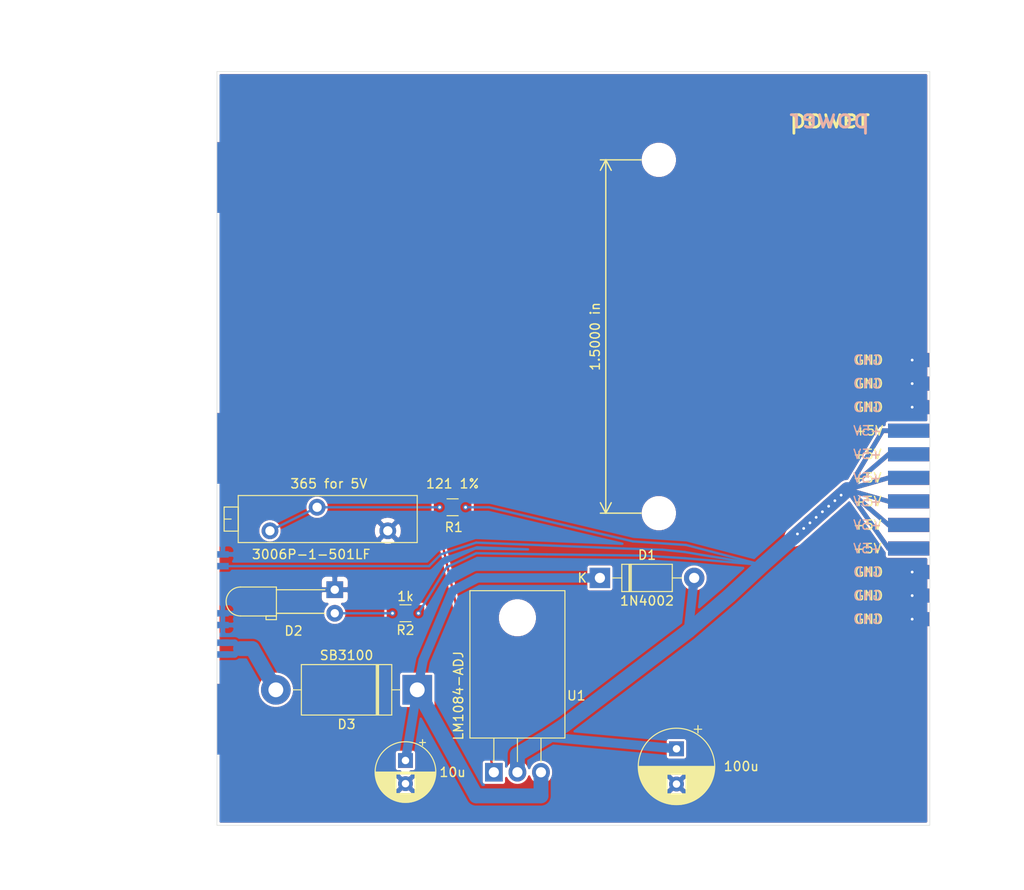
<source format=kicad_pcb>
(kicad_pcb (version 20171130) (host pcbnew 5.1.5+dfsg1-2build2)

  (general
    (thickness 1.6)
    (drawings 18)
    (tracks 102)
    (zones 0)
    (modules 13)
    (nets 7)
  )

  (page A4)
  (layers
    (0 F.Cu signal)
    (31 B.Cu signal)
    (32 B.Adhes user)
    (33 F.Adhes user)
    (34 B.Paste user)
    (35 F.Paste user)
    (36 B.SilkS user)
    (37 F.SilkS user)
    (38 B.Mask user)
    (39 F.Mask user)
    (40 Dwgs.User user)
    (41 Cmts.User user)
    (42 Eco1.User user)
    (43 Eco2.User user)
    (44 Edge.Cuts user)
    (45 Margin user)
    (46 B.CrtYd user)
    (47 F.CrtYd user)
    (48 B.Fab user)
    (49 F.Fab user)
  )

  (setup
    (last_trace_width 0.25)
    (user_trace_width 0.2)
    (user_trace_width 0.5)
    (user_trace_width 0.7)
    (user_trace_width 1)
    (user_trace_width 1.5)
    (user_trace_width 1.6)
    (trace_clearance 0.2)
    (zone_clearance 0.254)
    (zone_45_only no)
    (trace_min 0.2)
    (via_size 0.8)
    (via_drill 0.4)
    (via_min_size 0.4)
    (via_min_drill 0.3)
    (user_via 0.6 0.3)
    (uvia_size 0.3)
    (uvia_drill 0.1)
    (uvias_allowed no)
    (uvia_min_size 0.2)
    (uvia_min_drill 0.1)
    (edge_width 0.05)
    (segment_width 0.2)
    (pcb_text_width 0.3)
    (pcb_text_size 1.5 1.5)
    (mod_edge_width 0.12)
    (mod_text_size 1 1)
    (mod_text_width 0.15)
    (pad_size 4.445 1.524)
    (pad_drill 0)
    (pad_to_mask_clearance 0.051)
    (solder_mask_min_width 0.25)
    (aux_axis_origin 0 0)
    (visible_elements FFFFFF7F)
    (pcbplotparams
      (layerselection 0x010fc_ffffffff)
      (usegerberextensions true)
      (usegerberattributes false)
      (usegerberadvancedattributes false)
      (creategerberjobfile false)
      (excludeedgelayer true)
      (linewidth 0.100000)
      (plotframeref false)
      (viasonmask false)
      (mode 1)
      (useauxorigin false)
      (hpglpennumber 1)
      (hpglpenspeed 20)
      (hpglpendiameter 15.000000)
      (psnegative false)
      (psa4output false)
      (plotreference true)
      (plotvalue true)
      (plotinvisibletext false)
      (padsonsilk false)
      (subtractmaskfromsilk true)
      (outputformat 1)
      (mirror false)
      (drillshape 0)
      (scaleselection 1)
      (outputdirectory "gerber/"))
  )

  (net 0 "")
  (net 1 GND)
  (net 2 VIN)
  (net 3 "Net-(R1-Pad2)")
  (net 4 VOUT)
  (net 5 "Net-(D2-Pad2)")
  (net 6 "Net-(C1-Pad1)")

  (net_class Default "This is the default net class."
    (clearance 0.2)
    (trace_width 0.25)
    (via_dia 0.8)
    (via_drill 0.4)
    (uvia_dia 0.3)
    (uvia_drill 0.1)
    (add_net GND)
    (add_net "Net-(C1-Pad1)")
    (add_net "Net-(D2-Pad2)")
    (add_net "Net-(R1-Pad2)")
    (add_net VIN)
    (add_net VOUT)
  )

  (module plc88:fm_power_im (layer F.Cu) (tedit 63A7F6C4) (tstamp 63A80049)
    (at 79.375 75.565)
    (path /63A8094C)
    (fp_text reference J2 (at 1.27 -5.715) (layer F.SilkS) hide
      (effects (font (size 1 1) (thickness 0.15)))
    )
    (fp_text value fm_power_i (at 0.635 -7.62) (layer F.Fab) hide
      (effects (font (size 1 1) (thickness 0.15)))
    )
    (fp_line (start -3.175 -12.085) (end -1.575 -12.085) (layer F.Fab) (width 0.12))
    (fp_line (start -3.175 69.215) (end -1.575 69.215) (layer F.Fab) (width 0.12))
    (pad 4 smd rect (at -2.54 40.005) (size 1.27 0.7) (layers B.Cu B.Paste B.Mask)
      (net 1 GND))
    (pad 2 smd rect (at -2.54 46.355) (size 1.27 0.7) (layers B.Cu B.Paste B.Mask)
      (net 1 GND))
    (pad 2 smd rect (at -2.54 47.625) (size 1.27 0.7) (layers B.Cu B.Paste B.Mask)
      (net 1 GND))
    (pad 5 smd rect (at -2.54 28.575) (size 1.27 7.62) (layers F.Cu F.Paste F.Mask)
      (net 1 GND) (zone_connect 2))
    (pad 5 smd rect (at -2.54 57.785) (size 1.27 7.62) (layers F.Cu F.Paste F.Mask)
      (net 1 GND) (zone_connect 2))
    (pad 5 smd rect (at -2.54 -0.635) (size 1.27 7.62) (layers F.Cu F.Paste F.Mask)
      (net 1 GND) (zone_connect 2))
    (pad 5 smd rect (at -2.54 57.785) (size 1.27 7.62) (layers B.Cu B.Paste B.Mask)
      (net 1 GND) (zone_connect 2))
    (pad 5 smd rect (at -2.54 28.575) (size 1.27 7.62) (layers B.Cu B.Paste B.Mask)
      (net 1 GND) (zone_connect 2))
    (pad 5 smd rect (at -2.54 -0.635) (size 1.27 7.62) (layers B.Cu B.Paste B.Mask)
      (net 1 GND) (zone_connect 2))
    (pad 1 smd rect (at -2.54 50.8) (size 1.27 0.7) (layers B.Cu B.Paste B.Mask)
      (net 2 VIN))
    (pad 3 smd rect (at -2.54 41.275) (size 1.27 0.7) (layers B.Cu B.Paste B.Mask)
      (net 4 VOUT))
    (pad 1 smd rect (at -2.54 49.53) (size 1.27 0.7) (layers B.Cu B.Paste B.Mask)
      (net 2 VIN))
  )

  (module plc88:bus_power_im (layer F.Cu) (tedit 635A0CC6) (tstamp 6395A2C6)
    (at 150.749 94.615)
    (tags "connector 2x12")
    (path /6395B005)
    (attr smd)
    (fp_text reference J1 (at 0 -1.905) (layer F.SilkS) hide
      (effects (font (size 1 1) (thickness 0.15)))
    )
    (fp_text value bus_power_i (at 0 -3.81) (layer F.SilkS) hide
      (effects (font (size 1 1) (thickness 0.15)))
    )
    (fp_text user +5V (at -4.445 10.16) (layer B.SilkS)
      (effects (font (size 1 1) (thickness 0.15)) (justify mirror))
    )
    (fp_text user +5V (at -4.445 10.16) (layer F.SilkS)
      (effects (font (size 1 1) (thickness 0.15)))
    )
    (fp_text user +5V (at -4.445 12.7) (layer B.SilkS)
      (effects (font (size 1 1) (thickness 0.15)) (justify mirror))
    )
    (fp_text user +5V (at -4.445 12.7) (layer F.SilkS)
      (effects (font (size 1 1) (thickness 0.15)))
    )
    (fp_text user +5V (at -4.445 15.24) (layer B.SilkS)
      (effects (font (size 1 1) (thickness 0.15)) (justify mirror))
    )
    (fp_text user +5V (at -4.445 15.24) (layer F.SilkS)
      (effects (font (size 1 1) (thickness 0.15)))
    )
    (fp_text user +5V (at -4.445 17.78) (layer B.SilkS)
      (effects (font (size 1 1) (thickness 0.15)) (justify mirror))
    )
    (fp_text user +5V (at -4.445 17.78) (layer F.SilkS)
      (effects (font (size 1 1) (thickness 0.15)))
    )
    (fp_text user GND (at -4.270238 5.08) (layer F.SilkS)
      (effects (font (size 1 1) (thickness 0.15)))
    )
    (fp_text user GND (at -4.445 5.08) (layer B.SilkS)
      (effects (font (size 1 1) (thickness 0.15)) (justify mirror))
    )
    (fp_text user GND (at -4.270238 2.54) (layer F.SilkS)
      (effects (font (size 1 1) (thickness 0.15)))
    )
    (fp_text user GND (at -4.445 2.54) (layer B.SilkS)
      (effects (font (size 1 1) (thickness 0.15)) (justify mirror))
    )
    (fp_text user GND (at -4.270238 22.86) (layer F.SilkS)
      (effects (font (size 1 1) (thickness 0.15)))
    )
    (fp_text user GND (at -4.445 22.86) (layer B.SilkS)
      (effects (font (size 1 1) (thickness 0.15)) (justify mirror))
    )
    (fp_text user GND (at -4.270238 25.4) (layer F.SilkS)
      (effects (font (size 1 1) (thickness 0.15)))
    )
    (fp_text user GND (at -4.445 25.4) (layer B.SilkS)
      (effects (font (size 1 1) (thickness 0.15)) (justify mirror))
    )
    (fp_text user GND (at -4.445 0) (layer B.SilkS)
      (effects (font (size 1 1) (thickness 0.15)) (justify mirror))
    )
    (fp_text user +5V (at -4.445 7.62) (layer B.SilkS)
      (effects (font (size 1 1) (thickness 0.15)) (justify mirror))
    )
    (fp_text user GND (at -4.445 27.94) (layer B.SilkS)
      (effects (font (size 1 1) (thickness 0.15)) (justify mirror))
    )
    (fp_text user +5V (at -4.445 20.32) (layer B.SilkS)
      (effects (font (size 1 1) (thickness 0.15)) (justify mirror))
    )
    (fp_text user +5V (at -4.445 20.32) (layer F.SilkS)
      (effects (font (size 1 1) (thickness 0.15)))
    )
    (fp_text user GND (at -4.270238 27.94) (layer F.SilkS)
      (effects (font (size 1 1) (thickness 0.15)))
    )
    (fp_text user +5V (at -4.270238 7.62) (layer F.SilkS)
      (effects (font (size 1 1) (thickness 0.15)))
    )
    (fp_text user GND (at -4.270238 0) (layer F.SilkS)
      (effects (font (size 1 1) (thickness 0.15)))
    )
    (fp_text user %P (at 0 -6.35) (layer F.Fab) hide
      (effects (font (size 1 1) (thickness 0.15)))
    )
    (pad 24 smd rect (at 0 27.94) (size 4.445 1.524) (layers F.Cu F.Paste F.Mask)
      (net 1 GND) (zone_connect 2))
    (pad 22 smd rect (at 0 25.4) (size 4.445 1.524) (layers F.Cu F.Paste F.Mask)
      (net 1 GND) (zone_connect 2))
    (pad 20 smd rect (at 0 22.86) (size 4.445 1.524) (layers F.Cu F.Paste F.Mask)
      (net 1 GND) (zone_connect 2))
    (pad 18 smd rect (at 0 20.32) (size 4.445 1.524) (layers F.Cu F.Paste F.Mask)
      (net 4 VOUT))
    (pad 16 smd rect (at 0 17.78) (size 4.445 1.524) (layers F.Cu F.Paste F.Mask)
      (net 4 VOUT))
    (pad 14 smd rect (at 0 15.24) (size 4.445 1.524) (layers F.Cu F.Paste F.Mask)
      (net 4 VOUT))
    (pad 12 smd rect (at 0 12.7) (size 4.445 1.524) (layers F.Cu F.Paste F.Mask)
      (net 4 VOUT))
    (pad 10 smd rect (at 0 10.16) (size 4.445 1.524) (layers F.Cu F.Paste F.Mask)
      (net 4 VOUT))
    (pad 8 smd rect (at 0 7.62) (size 4.445 1.524) (layers F.Cu F.Paste F.Mask)
      (net 4 VOUT))
    (pad 6 smd rect (at 0 5.08) (size 4.445 1.524) (layers F.Cu F.Paste F.Mask)
      (net 1 GND) (zone_connect 2))
    (pad 4 smd rect (at 0 2.54) (size 4.445 1.524) (layers F.Cu F.Paste F.Mask)
      (net 1 GND) (zone_connect 2))
    (pad 2 smd rect (at 0 0) (size 4.445 1.524) (layers F.Cu F.Paste F.Mask)
      (net 1 GND) (zone_connect 2))
    (pad 9 smd rect (at 0 10.16) (size 4.445 1.524) (layers B.Cu B.Paste B.Mask)
      (net 4 VOUT))
    (pad 23 smd rect (at 0 27.94) (size 4.445 1.524) (layers B.Cu B.Paste B.Mask)
      (net 1 GND) (zone_connect 2))
    (pad 21 smd rect (at 0 25.4) (size 4.445 1.524) (layers B.Cu B.Paste B.Mask)
      (net 1 GND) (zone_connect 2))
    (pad 19 smd rect (at 0 22.86) (size 4.445 1.524) (layers B.Cu B.Paste B.Mask)
      (net 1 GND) (zone_connect 2))
    (pad 17 smd rect (at 0 20.32) (size 4.445 1.524) (layers B.Cu B.Paste B.Mask)
      (net 4 VOUT))
    (pad 15 smd rect (at 0 17.78) (size 4.445 1.524) (layers B.Cu B.Paste B.Mask)
      (net 4 VOUT))
    (pad 13 smd rect (at 0 15.24) (size 4.445 1.524) (layers B.Cu B.Paste B.Mask)
      (net 4 VOUT))
    (pad 11 smd rect (at 0 12.7) (size 4.445 1.524) (layers B.Cu B.Paste B.Mask)
      (net 4 VOUT))
    (pad 7 smd rect (at 0 7.62) (size 4.445 1.524) (layers B.Cu B.Paste B.Mask)
      (net 4 VOUT))
    (pad 5 smd rect (at 0 5.08) (size 4.445 1.524) (layers B.Cu B.Paste B.Mask)
      (net 1 GND) (zone_connect 2))
    (pad 3 smd rect (at 0 2.54) (size 4.445 1.524) (layers B.Cu B.Paste B.Mask)
      (net 1 GND) (zone_connect 2))
    (pad 1 smd rect (at 0 0) (size 4.445 1.524) (layers B.Cu B.Paste B.Mask)
      (net 1 GND) (zone_connect 2))
  )

  (module Diode_THT:D_DO-201AD_P15.24mm_Horizontal (layer F.Cu) (tedit 5AE50CD5) (tstamp 63553F4F)
    (at 97.79 130.175 180)
    (descr "Diode, DO-201AD series, Axial, Horizontal, pin pitch=15.24mm, , length*diameter=9.5*5.2mm^2, , http://www.diodes.com/_files/packages/DO-201AD.pdf")
    (tags "Diode DO-201AD series Axial Horizontal pin pitch 15.24mm  length 9.5mm diameter 5.2mm")
    (path /6359894F)
    (fp_text reference D3 (at 7.62 -3.72) (layer F.SilkS)
      (effects (font (size 1 1) (thickness 0.15)))
    )
    (fp_text value SB3100 (at 7.62 3.72) (layer F.SilkS)
      (effects (font (size 1 1) (thickness 0.15)))
    )
    (fp_text user K (at 0 -2.6) (layer F.SilkS) hide
      (effects (font (size 1 1) (thickness 0.15)))
    )
    (fp_text user K (at 0 -2.6) (layer F.Fab) hide
      (effects (font (size 1 1) (thickness 0.15)))
    )
    (fp_text user %R (at 8.3325 0 90) (layer F.Fab) hide
      (effects (font (size 1 1) (thickness 0.15)))
    )
    (fp_line (start 17.09 -2.85) (end -1.85 -2.85) (layer F.CrtYd) (width 0.05))
    (fp_line (start 17.09 2.85) (end 17.09 -2.85) (layer F.CrtYd) (width 0.05))
    (fp_line (start -1.85 2.85) (end 17.09 2.85) (layer F.CrtYd) (width 0.05))
    (fp_line (start -1.85 -2.85) (end -1.85 2.85) (layer F.CrtYd) (width 0.05))
    (fp_line (start 4.175 -2.72) (end 4.175 2.72) (layer F.SilkS) (width 0.12))
    (fp_line (start 4.415 -2.72) (end 4.415 2.72) (layer F.SilkS) (width 0.12))
    (fp_line (start 4.295 -2.72) (end 4.295 2.72) (layer F.SilkS) (width 0.12))
    (fp_line (start 13.4 0) (end 12.49 0) (layer F.SilkS) (width 0.12))
    (fp_line (start 1.84 0) (end 2.75 0) (layer F.SilkS) (width 0.12))
    (fp_line (start 12.49 -2.72) (end 2.75 -2.72) (layer F.SilkS) (width 0.12))
    (fp_line (start 12.49 2.72) (end 12.49 -2.72) (layer F.SilkS) (width 0.12))
    (fp_line (start 2.75 2.72) (end 12.49 2.72) (layer F.SilkS) (width 0.12))
    (fp_line (start 2.75 -2.72) (end 2.75 2.72) (layer F.SilkS) (width 0.12))
    (fp_line (start 4.195 -2.6) (end 4.195 2.6) (layer F.Fab) (width 0.1))
    (fp_line (start 4.395 -2.6) (end 4.395 2.6) (layer F.Fab) (width 0.1))
    (fp_line (start 4.295 -2.6) (end 4.295 2.6) (layer F.Fab) (width 0.1))
    (fp_line (start 15.24 0) (end 12.37 0) (layer F.Fab) (width 0.1))
    (fp_line (start 0 0) (end 2.87 0) (layer F.Fab) (width 0.1))
    (fp_line (start 12.37 -2.6) (end 2.87 -2.6) (layer F.Fab) (width 0.1))
    (fp_line (start 12.37 2.6) (end 12.37 -2.6) (layer F.Fab) (width 0.1))
    (fp_line (start 2.87 2.6) (end 12.37 2.6) (layer F.Fab) (width 0.1))
    (fp_line (start 2.87 -2.6) (end 2.87 2.6) (layer F.Fab) (width 0.1))
    (pad 2 thru_hole oval (at 15.24 0 180) (size 3.2 3.2) (drill 1.6) (layers *.Cu *.Mask)
      (net 2 VIN))
    (pad 1 thru_hole rect (at 0 0 180) (size 3.2 3.2) (drill 1.6) (layers *.Cu *.Mask)
      (net 6 "Net-(C1-Pad1)"))
    (model ${KISYS3DMOD}/Diode_THT.3dshapes/D_DO-201AD_P15.24mm_Horizontal.wrl
      (at (xyz 0 0 0))
      (scale (xyz 1 1 1))
      (rotate (xyz 0 0 0))
    )
  )

  (module MountingHole:MountingHole_3.2mm_M3_DIN965 (layer F.Cu) (tedit 56D1B4CB) (tstamp 63553036)
    (at 123.825 111.125)
    (descr "Mounting Hole 3.2mm, no annular, M3, DIN965")
    (tags "mounting hole 3.2mm no annular m3 din965")
    (path /635918D1)
    (attr virtual)
    (fp_text reference H2 (at 0 -3.8) (layer F.SilkS) hide
      (effects (font (size 1 1) (thickness 0.15)))
    )
    (fp_text value MountingHole (at 0 3.8) (layer F.Fab) hide
      (effects (font (size 1 1) (thickness 0.15)))
    )
    (fp_circle (center 0 0) (end 3.05 0) (layer F.CrtYd) (width 0.05))
    (fp_circle (center 0 0) (end 2.8 0) (layer Cmts.User) (width 0.15))
    (fp_text user %R (at 0.3 0) (layer F.Fab) hide
      (effects (font (size 1 1) (thickness 0.15)))
    )
    (pad 1 np_thru_hole circle (at 0 0) (size 3.2 3.2) (drill 3.2) (layers *.Cu *.Mask))
  )

  (module MountingHole:MountingHole_3.2mm_M3_DIN965 (layer F.Cu) (tedit 56D1B4CB) (tstamp 6355302E)
    (at 123.825 73.025)
    (descr "Mounting Hole 3.2mm, no annular, M3, DIN965")
    (tags "mounting hole 3.2mm no annular m3 din965")
    (path /63590A38)
    (attr virtual)
    (fp_text reference H1 (at 0 -3.8) (layer F.SilkS) hide
      (effects (font (size 1 1) (thickness 0.15)))
    )
    (fp_text value MountingHole (at 0 3.8) (layer F.Fab) hide
      (effects (font (size 1 1) (thickness 0.15)))
    )
    (fp_circle (center 0 0) (end 3.05 0) (layer F.CrtYd) (width 0.05))
    (fp_circle (center 0 0) (end 2.8 0) (layer Cmts.User) (width 0.15))
    (fp_text user %R (at 0.3 0) (layer F.Fab) hide
      (effects (font (size 1 1) (thickness 0.15)))
    )
    (pad 1 np_thru_hole circle (at 0 0) (size 3.2 3.2) (drill 3.2) (layers *.Cu *.Mask))
  )

  (module Capacitor_THT:CP_Radial_D8.0mm_P3.80mm (layer F.Cu) (tedit 5AE50EF0) (tstamp 6209D716)
    (at 125.73 136.535 270)
    (descr "CP, Radial series, Radial, pin pitch=3.80mm, , diameter=8mm, Electrolytic Capacitor")
    (tags "CP Radial series Radial pin pitch 3.80mm  diameter 8mm Electrolytic Capacitor")
    (path /61EB0FA3)
    (fp_text reference C2 (at 1.9 -5.25 90) (layer F.SilkS) hide
      (effects (font (size 1 1) (thickness 0.15)))
    )
    (fp_text value 100u (at 1.895 -6.985 180) (layer F.SilkS)
      (effects (font (size 1 1) (thickness 0.15)))
    )
    (fp_text user %R (at 1.9 0 90) (layer F.Fab) hide
      (effects (font (size 1 1) (thickness 0.15)))
    )
    (fp_line (start -2.109698 -2.715) (end -2.109698 -1.915) (layer F.SilkS) (width 0.12))
    (fp_line (start -2.509698 -2.315) (end -1.709698 -2.315) (layer F.SilkS) (width 0.12))
    (fp_line (start 5.981 -0.533) (end 5.981 0.533) (layer F.SilkS) (width 0.12))
    (fp_line (start 5.941 -0.768) (end 5.941 0.768) (layer F.SilkS) (width 0.12))
    (fp_line (start 5.901 -0.948) (end 5.901 0.948) (layer F.SilkS) (width 0.12))
    (fp_line (start 5.861 -1.098) (end 5.861 1.098) (layer F.SilkS) (width 0.12))
    (fp_line (start 5.821 -1.229) (end 5.821 1.229) (layer F.SilkS) (width 0.12))
    (fp_line (start 5.781 -1.346) (end 5.781 1.346) (layer F.SilkS) (width 0.12))
    (fp_line (start 5.741 -1.453) (end 5.741 1.453) (layer F.SilkS) (width 0.12))
    (fp_line (start 5.701 -1.552) (end 5.701 1.552) (layer F.SilkS) (width 0.12))
    (fp_line (start 5.661 -1.645) (end 5.661 1.645) (layer F.SilkS) (width 0.12))
    (fp_line (start 5.621 -1.731) (end 5.621 1.731) (layer F.SilkS) (width 0.12))
    (fp_line (start 5.581 -1.813) (end 5.581 1.813) (layer F.SilkS) (width 0.12))
    (fp_line (start 5.541 -1.89) (end 5.541 1.89) (layer F.SilkS) (width 0.12))
    (fp_line (start 5.501 -1.964) (end 5.501 1.964) (layer F.SilkS) (width 0.12))
    (fp_line (start 5.461 -2.034) (end 5.461 2.034) (layer F.SilkS) (width 0.12))
    (fp_line (start 5.421 -2.102) (end 5.421 2.102) (layer F.SilkS) (width 0.12))
    (fp_line (start 5.381 -2.166) (end 5.381 2.166) (layer F.SilkS) (width 0.12))
    (fp_line (start 5.341 -2.228) (end 5.341 2.228) (layer F.SilkS) (width 0.12))
    (fp_line (start 5.301 -2.287) (end 5.301 2.287) (layer F.SilkS) (width 0.12))
    (fp_line (start 5.261 -2.345) (end 5.261 2.345) (layer F.SilkS) (width 0.12))
    (fp_line (start 5.221 -2.4) (end 5.221 2.4) (layer F.SilkS) (width 0.12))
    (fp_line (start 5.181 -2.454) (end 5.181 2.454) (layer F.SilkS) (width 0.12))
    (fp_line (start 5.141 -2.505) (end 5.141 2.505) (layer F.SilkS) (width 0.12))
    (fp_line (start 5.101 -2.556) (end 5.101 2.556) (layer F.SilkS) (width 0.12))
    (fp_line (start 5.061 -2.604) (end 5.061 2.604) (layer F.SilkS) (width 0.12))
    (fp_line (start 5.021 -2.651) (end 5.021 2.651) (layer F.SilkS) (width 0.12))
    (fp_line (start 4.981 -2.697) (end 4.981 2.697) (layer F.SilkS) (width 0.12))
    (fp_line (start 4.941 -2.741) (end 4.941 2.741) (layer F.SilkS) (width 0.12))
    (fp_line (start 4.901 -2.784) (end 4.901 2.784) (layer F.SilkS) (width 0.12))
    (fp_line (start 4.861 -2.826) (end 4.861 2.826) (layer F.SilkS) (width 0.12))
    (fp_line (start 4.821 1.04) (end 4.821 2.867) (layer F.SilkS) (width 0.12))
    (fp_line (start 4.821 -2.867) (end 4.821 -1.04) (layer F.SilkS) (width 0.12))
    (fp_line (start 4.781 1.04) (end 4.781 2.907) (layer F.SilkS) (width 0.12))
    (fp_line (start 4.781 -2.907) (end 4.781 -1.04) (layer F.SilkS) (width 0.12))
    (fp_line (start 4.741 1.04) (end 4.741 2.945) (layer F.SilkS) (width 0.12))
    (fp_line (start 4.741 -2.945) (end 4.741 -1.04) (layer F.SilkS) (width 0.12))
    (fp_line (start 4.701 1.04) (end 4.701 2.983) (layer F.SilkS) (width 0.12))
    (fp_line (start 4.701 -2.983) (end 4.701 -1.04) (layer F.SilkS) (width 0.12))
    (fp_line (start 4.661 1.04) (end 4.661 3.019) (layer F.SilkS) (width 0.12))
    (fp_line (start 4.661 -3.019) (end 4.661 -1.04) (layer F.SilkS) (width 0.12))
    (fp_line (start 4.621 1.04) (end 4.621 3.055) (layer F.SilkS) (width 0.12))
    (fp_line (start 4.621 -3.055) (end 4.621 -1.04) (layer F.SilkS) (width 0.12))
    (fp_line (start 4.581 1.04) (end 4.581 3.09) (layer F.SilkS) (width 0.12))
    (fp_line (start 4.581 -3.09) (end 4.581 -1.04) (layer F.SilkS) (width 0.12))
    (fp_line (start 4.541 1.04) (end 4.541 3.124) (layer F.SilkS) (width 0.12))
    (fp_line (start 4.541 -3.124) (end 4.541 -1.04) (layer F.SilkS) (width 0.12))
    (fp_line (start 4.501 1.04) (end 4.501 3.156) (layer F.SilkS) (width 0.12))
    (fp_line (start 4.501 -3.156) (end 4.501 -1.04) (layer F.SilkS) (width 0.12))
    (fp_line (start 4.461 1.04) (end 4.461 3.189) (layer F.SilkS) (width 0.12))
    (fp_line (start 4.461 -3.189) (end 4.461 -1.04) (layer F.SilkS) (width 0.12))
    (fp_line (start 4.421 1.04) (end 4.421 3.22) (layer F.SilkS) (width 0.12))
    (fp_line (start 4.421 -3.22) (end 4.421 -1.04) (layer F.SilkS) (width 0.12))
    (fp_line (start 4.381 1.04) (end 4.381 3.25) (layer F.SilkS) (width 0.12))
    (fp_line (start 4.381 -3.25) (end 4.381 -1.04) (layer F.SilkS) (width 0.12))
    (fp_line (start 4.341 1.04) (end 4.341 3.28) (layer F.SilkS) (width 0.12))
    (fp_line (start 4.341 -3.28) (end 4.341 -1.04) (layer F.SilkS) (width 0.12))
    (fp_line (start 4.301 1.04) (end 4.301 3.309) (layer F.SilkS) (width 0.12))
    (fp_line (start 4.301 -3.309) (end 4.301 -1.04) (layer F.SilkS) (width 0.12))
    (fp_line (start 4.261 1.04) (end 4.261 3.338) (layer F.SilkS) (width 0.12))
    (fp_line (start 4.261 -3.338) (end 4.261 -1.04) (layer F.SilkS) (width 0.12))
    (fp_line (start 4.221 1.04) (end 4.221 3.365) (layer F.SilkS) (width 0.12))
    (fp_line (start 4.221 -3.365) (end 4.221 -1.04) (layer F.SilkS) (width 0.12))
    (fp_line (start 4.181 1.04) (end 4.181 3.392) (layer F.SilkS) (width 0.12))
    (fp_line (start 4.181 -3.392) (end 4.181 -1.04) (layer F.SilkS) (width 0.12))
    (fp_line (start 4.141 1.04) (end 4.141 3.418) (layer F.SilkS) (width 0.12))
    (fp_line (start 4.141 -3.418) (end 4.141 -1.04) (layer F.SilkS) (width 0.12))
    (fp_line (start 4.101 1.04) (end 4.101 3.444) (layer F.SilkS) (width 0.12))
    (fp_line (start 4.101 -3.444) (end 4.101 -1.04) (layer F.SilkS) (width 0.12))
    (fp_line (start 4.061 1.04) (end 4.061 3.469) (layer F.SilkS) (width 0.12))
    (fp_line (start 4.061 -3.469) (end 4.061 -1.04) (layer F.SilkS) (width 0.12))
    (fp_line (start 4.021 1.04) (end 4.021 3.493) (layer F.SilkS) (width 0.12))
    (fp_line (start 4.021 -3.493) (end 4.021 -1.04) (layer F.SilkS) (width 0.12))
    (fp_line (start 3.981 1.04) (end 3.981 3.517) (layer F.SilkS) (width 0.12))
    (fp_line (start 3.981 -3.517) (end 3.981 -1.04) (layer F.SilkS) (width 0.12))
    (fp_line (start 3.941 1.04) (end 3.941 3.54) (layer F.SilkS) (width 0.12))
    (fp_line (start 3.941 -3.54) (end 3.941 -1.04) (layer F.SilkS) (width 0.12))
    (fp_line (start 3.901 1.04) (end 3.901 3.562) (layer F.SilkS) (width 0.12))
    (fp_line (start 3.901 -3.562) (end 3.901 -1.04) (layer F.SilkS) (width 0.12))
    (fp_line (start 3.861 1.04) (end 3.861 3.584) (layer F.SilkS) (width 0.12))
    (fp_line (start 3.861 -3.584) (end 3.861 -1.04) (layer F.SilkS) (width 0.12))
    (fp_line (start 3.821 1.04) (end 3.821 3.606) (layer F.SilkS) (width 0.12))
    (fp_line (start 3.821 -3.606) (end 3.821 -1.04) (layer F.SilkS) (width 0.12))
    (fp_line (start 3.781 1.04) (end 3.781 3.627) (layer F.SilkS) (width 0.12))
    (fp_line (start 3.781 -3.627) (end 3.781 -1.04) (layer F.SilkS) (width 0.12))
    (fp_line (start 3.741 1.04) (end 3.741 3.647) (layer F.SilkS) (width 0.12))
    (fp_line (start 3.741 -3.647) (end 3.741 -1.04) (layer F.SilkS) (width 0.12))
    (fp_line (start 3.701 1.04) (end 3.701 3.666) (layer F.SilkS) (width 0.12))
    (fp_line (start 3.701 -3.666) (end 3.701 -1.04) (layer F.SilkS) (width 0.12))
    (fp_line (start 3.661 1.04) (end 3.661 3.686) (layer F.SilkS) (width 0.12))
    (fp_line (start 3.661 -3.686) (end 3.661 -1.04) (layer F.SilkS) (width 0.12))
    (fp_line (start 3.621 1.04) (end 3.621 3.704) (layer F.SilkS) (width 0.12))
    (fp_line (start 3.621 -3.704) (end 3.621 -1.04) (layer F.SilkS) (width 0.12))
    (fp_line (start 3.581 1.04) (end 3.581 3.722) (layer F.SilkS) (width 0.12))
    (fp_line (start 3.581 -3.722) (end 3.581 -1.04) (layer F.SilkS) (width 0.12))
    (fp_line (start 3.541 1.04) (end 3.541 3.74) (layer F.SilkS) (width 0.12))
    (fp_line (start 3.541 -3.74) (end 3.541 -1.04) (layer F.SilkS) (width 0.12))
    (fp_line (start 3.501 1.04) (end 3.501 3.757) (layer F.SilkS) (width 0.12))
    (fp_line (start 3.501 -3.757) (end 3.501 -1.04) (layer F.SilkS) (width 0.12))
    (fp_line (start 3.461 1.04) (end 3.461 3.774) (layer F.SilkS) (width 0.12))
    (fp_line (start 3.461 -3.774) (end 3.461 -1.04) (layer F.SilkS) (width 0.12))
    (fp_line (start 3.421 1.04) (end 3.421 3.79) (layer F.SilkS) (width 0.12))
    (fp_line (start 3.421 -3.79) (end 3.421 -1.04) (layer F.SilkS) (width 0.12))
    (fp_line (start 3.381 1.04) (end 3.381 3.805) (layer F.SilkS) (width 0.12))
    (fp_line (start 3.381 -3.805) (end 3.381 -1.04) (layer F.SilkS) (width 0.12))
    (fp_line (start 3.341 1.04) (end 3.341 3.821) (layer F.SilkS) (width 0.12))
    (fp_line (start 3.341 -3.821) (end 3.341 -1.04) (layer F.SilkS) (width 0.12))
    (fp_line (start 3.301 1.04) (end 3.301 3.835) (layer F.SilkS) (width 0.12))
    (fp_line (start 3.301 -3.835) (end 3.301 -1.04) (layer F.SilkS) (width 0.12))
    (fp_line (start 3.261 1.04) (end 3.261 3.85) (layer F.SilkS) (width 0.12))
    (fp_line (start 3.261 -3.85) (end 3.261 -1.04) (layer F.SilkS) (width 0.12))
    (fp_line (start 3.221 1.04) (end 3.221 3.863) (layer F.SilkS) (width 0.12))
    (fp_line (start 3.221 -3.863) (end 3.221 -1.04) (layer F.SilkS) (width 0.12))
    (fp_line (start 3.181 1.04) (end 3.181 3.877) (layer F.SilkS) (width 0.12))
    (fp_line (start 3.181 -3.877) (end 3.181 -1.04) (layer F.SilkS) (width 0.12))
    (fp_line (start 3.141 1.04) (end 3.141 3.889) (layer F.SilkS) (width 0.12))
    (fp_line (start 3.141 -3.889) (end 3.141 -1.04) (layer F.SilkS) (width 0.12))
    (fp_line (start 3.101 1.04) (end 3.101 3.902) (layer F.SilkS) (width 0.12))
    (fp_line (start 3.101 -3.902) (end 3.101 -1.04) (layer F.SilkS) (width 0.12))
    (fp_line (start 3.061 1.04) (end 3.061 3.914) (layer F.SilkS) (width 0.12))
    (fp_line (start 3.061 -3.914) (end 3.061 -1.04) (layer F.SilkS) (width 0.12))
    (fp_line (start 3.021 1.04) (end 3.021 3.925) (layer F.SilkS) (width 0.12))
    (fp_line (start 3.021 -3.925) (end 3.021 -1.04) (layer F.SilkS) (width 0.12))
    (fp_line (start 2.981 1.04) (end 2.981 3.936) (layer F.SilkS) (width 0.12))
    (fp_line (start 2.981 -3.936) (end 2.981 -1.04) (layer F.SilkS) (width 0.12))
    (fp_line (start 2.941 1.04) (end 2.941 3.947) (layer F.SilkS) (width 0.12))
    (fp_line (start 2.941 -3.947) (end 2.941 -1.04) (layer F.SilkS) (width 0.12))
    (fp_line (start 2.901 1.04) (end 2.901 3.957) (layer F.SilkS) (width 0.12))
    (fp_line (start 2.901 -3.957) (end 2.901 -1.04) (layer F.SilkS) (width 0.12))
    (fp_line (start 2.861 1.04) (end 2.861 3.967) (layer F.SilkS) (width 0.12))
    (fp_line (start 2.861 -3.967) (end 2.861 -1.04) (layer F.SilkS) (width 0.12))
    (fp_line (start 2.821 1.04) (end 2.821 3.976) (layer F.SilkS) (width 0.12))
    (fp_line (start 2.821 -3.976) (end 2.821 -1.04) (layer F.SilkS) (width 0.12))
    (fp_line (start 2.781 1.04) (end 2.781 3.985) (layer F.SilkS) (width 0.12))
    (fp_line (start 2.781 -3.985) (end 2.781 -1.04) (layer F.SilkS) (width 0.12))
    (fp_line (start 2.741 -3.994) (end 2.741 3.994) (layer F.SilkS) (width 0.12))
    (fp_line (start 2.701 -4.002) (end 2.701 4.002) (layer F.SilkS) (width 0.12))
    (fp_line (start 2.661 -4.01) (end 2.661 4.01) (layer F.SilkS) (width 0.12))
    (fp_line (start 2.621 -4.017) (end 2.621 4.017) (layer F.SilkS) (width 0.12))
    (fp_line (start 2.58 -4.024) (end 2.58 4.024) (layer F.SilkS) (width 0.12))
    (fp_line (start 2.54 -4.03) (end 2.54 4.03) (layer F.SilkS) (width 0.12))
    (fp_line (start 2.5 -4.037) (end 2.5 4.037) (layer F.SilkS) (width 0.12))
    (fp_line (start 2.46 -4.042) (end 2.46 4.042) (layer F.SilkS) (width 0.12))
    (fp_line (start 2.42 -4.048) (end 2.42 4.048) (layer F.SilkS) (width 0.12))
    (fp_line (start 2.38 -4.052) (end 2.38 4.052) (layer F.SilkS) (width 0.12))
    (fp_line (start 2.34 -4.057) (end 2.34 4.057) (layer F.SilkS) (width 0.12))
    (fp_line (start 2.3 -4.061) (end 2.3 4.061) (layer F.SilkS) (width 0.12))
    (fp_line (start 2.26 -4.065) (end 2.26 4.065) (layer F.SilkS) (width 0.12))
    (fp_line (start 2.22 -4.068) (end 2.22 4.068) (layer F.SilkS) (width 0.12))
    (fp_line (start 2.18 -4.071) (end 2.18 4.071) (layer F.SilkS) (width 0.12))
    (fp_line (start 2.14 -4.074) (end 2.14 4.074) (layer F.SilkS) (width 0.12))
    (fp_line (start 2.1 -4.076) (end 2.1 4.076) (layer F.SilkS) (width 0.12))
    (fp_line (start 2.06 -4.077) (end 2.06 4.077) (layer F.SilkS) (width 0.12))
    (fp_line (start 2.02 -4.079) (end 2.02 4.079) (layer F.SilkS) (width 0.12))
    (fp_line (start 1.98 -4.08) (end 1.98 4.08) (layer F.SilkS) (width 0.12))
    (fp_line (start 1.94 -4.08) (end 1.94 4.08) (layer F.SilkS) (width 0.12))
    (fp_line (start 1.9 -4.08) (end 1.9 4.08) (layer F.SilkS) (width 0.12))
    (fp_line (start -1.126759 -2.1475) (end -1.126759 -1.3475) (layer F.Fab) (width 0.1))
    (fp_line (start -1.526759 -1.7475) (end -0.726759 -1.7475) (layer F.Fab) (width 0.1))
    (fp_circle (center 1.9 0) (end 6.15 0) (layer F.CrtYd) (width 0.05))
    (fp_circle (center 1.9 0) (end 6.02 0) (layer F.SilkS) (width 0.12))
    (fp_circle (center 1.9 0) (end 5.9 0) (layer F.Fab) (width 0.1))
    (pad 2 thru_hole circle (at 3.8 0 270) (size 1.6 1.6) (drill 0.8) (layers *.Cu *.Mask)
      (net 1 GND))
    (pad 1 thru_hole rect (at 0 0 270) (size 1.6 1.6) (drill 0.8) (layers *.Cu *.Mask)
      (net 4 VOUT))
    (model ${KISYS3DMOD}/Capacitor_THT.3dshapes/CP_Radial_D8.0mm_P3.80mm.wrl
      (at (xyz 0 0 0))
      (scale (xyz 1 1 1))
      (rotate (xyz 0 0 0))
    )
  )

  (module Potentiometer_THT:Potentiometer_Bourns_3006P_Horizontal (layer F.Cu) (tedit 5A3D4994) (tstamp 6209D952)
    (at 94.615 113.03)
    (descr "Potentiometer, horizontal, Bourns 3006P, https://www.bourns.com/docs/Product-Datasheets/3006.pdf")
    (tags "Potentiometer horizontal Bourns 3006P")
    (path /61EAF070)
    (fp_text reference RV1 (at -7.235 -4.935) (layer F.SilkS) hide
      (effects (font (size 1 1) (thickness 0.15)))
    )
    (fp_text value 500 (at -7.235 2.395) (layer F.Fab) hide
      (effects (font (size 1 1) (thickness 0.15)))
    )
    (fp_text user %R (at -6.475 -1.27 270) (layer F.Fab) hide
      (effects (font (size 1 1) (thickness 0.15)))
    )
    (fp_line (start 3.35 -3.95) (end -17.8 -3.95) (layer F.CrtYd) (width 0.05))
    (fp_line (start 3.35 1.4) (end 3.35 -3.95) (layer F.CrtYd) (width 0.05))
    (fp_line (start -17.8 1.4) (end 3.35 1.4) (layer F.CrtYd) (width 0.05))
    (fp_line (start -17.8 -3.95) (end -17.8 1.4) (layer F.CrtYd) (width 0.05))
    (fp_line (start -17.64 -1.27) (end -16.881 -1.27) (layer F.SilkS) (width 0.12))
    (fp_line (start -16.121 -2.569) (end -16.121 0.03) (layer F.SilkS) (width 0.12))
    (fp_line (start -17.64 -2.569) (end -17.64 0.03) (layer F.SilkS) (width 0.12))
    (fp_line (start -17.64 0.03) (end -16.121 0.03) (layer F.SilkS) (width 0.12))
    (fp_line (start -17.64 -2.569) (end -16.121 -2.569) (layer F.SilkS) (width 0.12))
    (fp_line (start 3.17 -3.805) (end 3.17 1.265) (layer F.SilkS) (width 0.12))
    (fp_line (start -16.12 -3.805) (end -16.12 1.265) (layer F.SilkS) (width 0.12))
    (fp_line (start -16.12 1.265) (end 3.17 1.265) (layer F.SilkS) (width 0.12))
    (fp_line (start -16.12 -3.805) (end 3.17 -3.805) (layer F.SilkS) (width 0.12))
    (fp_line (start -17.52 -1.27) (end -16.76 -1.27) (layer F.Fab) (width 0.1))
    (fp_line (start -16 -2.45) (end -17.52 -2.45) (layer F.Fab) (width 0.1))
    (fp_line (start -16 -0.09) (end -16 -2.45) (layer F.Fab) (width 0.1))
    (fp_line (start -17.52 -0.09) (end -16 -0.09) (layer F.Fab) (width 0.1))
    (fp_line (start -17.52 -2.45) (end -17.52 -0.09) (layer F.Fab) (width 0.1))
    (fp_line (start 3.05 -3.685) (end -16 -3.685) (layer F.Fab) (width 0.1))
    (fp_line (start 3.05 1.145) (end 3.05 -3.685) (layer F.Fab) (width 0.1))
    (fp_line (start -16 1.145) (end 3.05 1.145) (layer F.Fab) (width 0.1))
    (fp_line (start -16 -3.685) (end -16 1.145) (layer F.Fab) (width 0.1))
    (fp_text user "365 for 5V" (at -6.35 -5.08) (layer F.SilkS)
      (effects (font (size 1 1) (thickness 0.15)))
    )
    (fp_text user 3006P-1-501LF (at -8.255 2.54) (layer F.SilkS)
      (effects (font (size 1 1) (thickness 0.15)))
    )
    (pad 3 thru_hole circle (at -12.7 0) (size 1.8 1.8) (drill 1) (layers *.Cu *.Mask)
      (net 3 "Net-(R1-Pad2)"))
    (pad 2 thru_hole circle (at -7.62 -2.54) (size 1.8 1.8) (drill 1) (layers *.Cu *.Mask)
      (net 3 "Net-(R1-Pad2)"))
    (pad 1 thru_hole circle (at 0 0) (size 1.8 1.8) (drill 1) (layers *.Cu *.Mask)
      (net 1 GND))
    (model ${KISYS3DMOD}/Potentiometer_THT.3dshapes/Potentiometer_Bourns_3006P_Horizontal.wrl
      (at (xyz 0 0 0))
      (scale (xyz 1 1 1))
      (rotate (xyz 0 0 0))
    )
  )

  (module Resistor_SMD:R_1206_3216Metric (layer F.Cu) (tedit 5B301BBD) (tstamp 6209D919)
    (at 101.6 110.49 180)
    (descr "Resistor SMD 1206 (3216 Metric), square (rectangular) end terminal, IPC_7351 nominal, (Body size source: http://www.tortai-tech.com/upload/download/2011102023233369053.pdf), generated with kicad-footprint-generator")
    (tags resistor)
    (path /61EAC528)
    (attr smd)
    (fp_text reference R1 (at -0.127 -2.159) (layer F.SilkS)
      (effects (font (size 1 1) (thickness 0.15)))
    )
    (fp_text value "121 1%" (at 0 2.54) (layer F.SilkS)
      (effects (font (size 1 1) (thickness 0.15)))
    )
    (fp_text user %R (at 0 0) (layer F.Fab) hide
      (effects (font (size 0.8 0.8) (thickness 0.12)))
    )
    (fp_line (start 2.28 1.12) (end -2.28 1.12) (layer F.CrtYd) (width 0.05))
    (fp_line (start 2.28 -1.12) (end 2.28 1.12) (layer F.CrtYd) (width 0.05))
    (fp_line (start -2.28 -1.12) (end 2.28 -1.12) (layer F.CrtYd) (width 0.05))
    (fp_line (start -2.28 1.12) (end -2.28 -1.12) (layer F.CrtYd) (width 0.05))
    (fp_line (start -0.602064 0.91) (end 0.602064 0.91) (layer F.SilkS) (width 0.12))
    (fp_line (start -0.602064 -0.91) (end 0.602064 -0.91) (layer F.SilkS) (width 0.12))
    (fp_line (start 1.6 0.8) (end -1.6 0.8) (layer F.Fab) (width 0.1))
    (fp_line (start 1.6 -0.8) (end 1.6 0.8) (layer F.Fab) (width 0.1))
    (fp_line (start -1.6 -0.8) (end 1.6 -0.8) (layer F.Fab) (width 0.1))
    (fp_line (start -1.6 0.8) (end -1.6 -0.8) (layer F.Fab) (width 0.1))
    (pad 2 smd roundrect (at 1.4 0 180) (size 1.25 1.75) (layers F.Cu F.Paste F.Mask) (roundrect_rratio 0.2)
      (net 3 "Net-(R1-Pad2)"))
    (pad 1 smd roundrect (at -1.4 0 180) (size 1.25 1.75) (layers F.Cu F.Paste F.Mask) (roundrect_rratio 0.2)
      (net 4 VOUT))
    (model ${KISYS3DMOD}/Resistor_SMD.3dshapes/R_1206_3216Metric.wrl
      (at (xyz 0 0 0))
      (scale (xyz 1 1 1))
      (rotate (xyz 0 0 0))
    )
  )

  (module Package_TO_SOT_THT:TO-220-3_Horizontal_TabDown (layer F.Cu) (tedit 5AC8BA0D) (tstamp 6209D982)
    (at 106.045 139.065)
    (descr "TO-220-3, Horizontal, RM 2.54mm, see https://www.vishay.com/docs/66542/to-220-1.pdf")
    (tags "TO-220-3 Horizontal RM 2.54mm")
    (path /61EAA6B1)
    (fp_text reference U1 (at 8.89 -8.255) (layer F.SilkS)
      (effects (font (size 1 1) (thickness 0.15)))
    )
    (fp_text value LM1084-ADJ (at -3.81 -8.255 270) (layer F.SilkS)
      (effects (font (size 1 1) (thickness 0.15)))
    )
    (fp_text user %R (at 2.54 -20.58) (layer F.Fab) hide
      (effects (font (size 1 1) (thickness 0.15)))
    )
    (fp_line (start 7.79 -19.71) (end -2.71 -19.71) (layer F.CrtYd) (width 0.05))
    (fp_line (start 7.79 1.25) (end 7.79 -19.71) (layer F.CrtYd) (width 0.05))
    (fp_line (start -2.71 1.25) (end 7.79 1.25) (layer F.CrtYd) (width 0.05))
    (fp_line (start -2.71 -19.71) (end -2.71 1.25) (layer F.CrtYd) (width 0.05))
    (fp_line (start 5.08 -3.69) (end 5.08 -1.15) (layer F.SilkS) (width 0.12))
    (fp_line (start 2.54 -3.69) (end 2.54 -1.15) (layer F.SilkS) (width 0.12))
    (fp_line (start 0 -3.69) (end 0 -1.15) (layer F.SilkS) (width 0.12))
    (fp_line (start 7.66 -19.58) (end 7.66 -3.69) (layer F.SilkS) (width 0.12))
    (fp_line (start -2.58 -19.58) (end -2.58 -3.69) (layer F.SilkS) (width 0.12))
    (fp_line (start -2.58 -19.58) (end 7.66 -19.58) (layer F.SilkS) (width 0.12))
    (fp_line (start -2.58 -3.69) (end 7.66 -3.69) (layer F.SilkS) (width 0.12))
    (fp_line (start 5.08 -3.81) (end 5.08 0) (layer F.Fab) (width 0.1))
    (fp_line (start 2.54 -3.81) (end 2.54 0) (layer F.Fab) (width 0.1))
    (fp_line (start 0 -3.81) (end 0 0) (layer F.Fab) (width 0.1))
    (fp_line (start 7.54 -3.81) (end -2.46 -3.81) (layer F.Fab) (width 0.1))
    (fp_line (start 7.54 -13.06) (end 7.54 -3.81) (layer F.Fab) (width 0.1))
    (fp_line (start -2.46 -13.06) (end 7.54 -13.06) (layer F.Fab) (width 0.1))
    (fp_line (start -2.46 -3.81) (end -2.46 -13.06) (layer F.Fab) (width 0.1))
    (fp_line (start 7.54 -13.06) (end -2.46 -13.06) (layer F.Fab) (width 0.1))
    (fp_line (start 7.54 -19.46) (end 7.54 -13.06) (layer F.Fab) (width 0.1))
    (fp_line (start -2.46 -19.46) (end 7.54 -19.46) (layer F.Fab) (width 0.1))
    (fp_line (start -2.46 -13.06) (end -2.46 -19.46) (layer F.Fab) (width 0.1))
    (fp_circle (center 2.54 -16.66) (end 4.39 -16.66) (layer F.Fab) (width 0.1))
    (pad 3 thru_hole oval (at 5.08 0) (size 1.905 2) (drill 1.1) (layers *.Cu *.Mask)
      (net 6 "Net-(C1-Pad1)"))
    (pad 2 thru_hole oval (at 2.54 0) (size 1.905 2) (drill 1.1) (layers *.Cu *.Mask)
      (net 4 VOUT))
    (pad 1 thru_hole rect (at 0 0) (size 1.905 2) (drill 1.1) (layers *.Cu *.Mask)
      (net 3 "Net-(R1-Pad2)"))
    (pad "" np_thru_hole oval (at 2.54 -16.66) (size 3.5 3.5) (drill 3.5) (layers *.Cu *.Mask))
    (model ${KISYS3DMOD}/Package_TO_SOT_THT.3dshapes/TO-220-3_Horizontal_TabDown.wrl
      (at (xyz 0 0 0))
      (scale (xyz 1 1 1))
      (rotate (xyz 0 0 0))
    )
  )

  (module Resistor_SMD:R_1206_3216Metric (layer F.Cu) (tedit 5B301BBD) (tstamp 6209D93B)
    (at 96.52 121.92 180)
    (descr "Resistor SMD 1206 (3216 Metric), square (rectangular) end terminal, IPC_7351 nominal, (Body size source: http://www.tortai-tech.com/upload/download/2011102023233369053.pdf), generated with kicad-footprint-generator")
    (tags resistor)
    (path /61ED2B2F)
    (attr smd)
    (fp_text reference R2 (at 0 -1.82) (layer F.SilkS)
      (effects (font (size 1 1) (thickness 0.15)))
    )
    (fp_text value 1k (at 0 1.82) (layer F.SilkS)
      (effects (font (size 1 1) (thickness 0.15)))
    )
    (fp_text user %R (at 0 0) (layer F.Fab) hide
      (effects (font (size 0.8 0.8) (thickness 0.12)))
    )
    (fp_line (start 2.28 1.12) (end -2.28 1.12) (layer F.CrtYd) (width 0.05))
    (fp_line (start 2.28 -1.12) (end 2.28 1.12) (layer F.CrtYd) (width 0.05))
    (fp_line (start -2.28 -1.12) (end 2.28 -1.12) (layer F.CrtYd) (width 0.05))
    (fp_line (start -2.28 1.12) (end -2.28 -1.12) (layer F.CrtYd) (width 0.05))
    (fp_line (start -0.602064 0.91) (end 0.602064 0.91) (layer F.SilkS) (width 0.12))
    (fp_line (start -0.602064 -0.91) (end 0.602064 -0.91) (layer F.SilkS) (width 0.12))
    (fp_line (start 1.6 0.8) (end -1.6 0.8) (layer F.Fab) (width 0.1))
    (fp_line (start 1.6 -0.8) (end 1.6 0.8) (layer F.Fab) (width 0.1))
    (fp_line (start -1.6 -0.8) (end 1.6 -0.8) (layer F.Fab) (width 0.1))
    (fp_line (start -1.6 0.8) (end -1.6 -0.8) (layer F.Fab) (width 0.1))
    (pad 2 smd roundrect (at 1.4 0 180) (size 1.25 1.75) (layers F.Cu F.Paste F.Mask) (roundrect_rratio 0.2)
      (net 5 "Net-(D2-Pad2)"))
    (pad 1 smd roundrect (at -1.4 0 180) (size 1.25 1.75) (layers F.Cu F.Paste F.Mask) (roundrect_rratio 0.2)
      (net 4 VOUT))
    (model ${KISYS3DMOD}/Resistor_SMD.3dshapes/R_1206_3216Metric.wrl
      (at (xyz 0 0 0))
      (scale (xyz 1 1 1))
      (rotate (xyz 0 0 0))
    )
  )

  (module LED_THT:LED_D3.0mm_Horizontal_O6.35mm_Z2.0mm (layer F.Cu) (tedit 5880A862) (tstamp 6209D89A)
    (at 88.9 119.38 270)
    (descr "LED, diameter 3.0mm z-position of LED center 2.0mm, 2 pins, diameter 3.0mm z-position of LED center 2.0mm, 2 pins, diameter 3.0mm z-position of LED center 2.0mm, 2 pins")
    (tags "LED diameter 3.0mm z-position of LED center 2.0mm 2 pins diameter 3.0mm z-position of LED center 2.0mm 2 pins diameter 3.0mm z-position of LED center 2.0mm 2 pins")
    (path /61ECA60A)
    (fp_text reference D2 (at 4.445 4.445 180) (layer F.SilkS)
      (effects (font (size 1 1) (thickness 0.15)))
    )
    (fp_text value LED (at 1.27 12.71 90) (layer F.Fab) hide
      (effects (font (size 1 1) (thickness 0.15)))
    )
    (fp_line (start 3.75 -1.25) (end -1.25 -1.25) (layer F.CrtYd) (width 0.05))
    (fp_line (start 3.75 12) (end 3.75 -1.25) (layer F.CrtYd) (width 0.05))
    (fp_line (start -1.25 12) (end 3.75 12) (layer F.CrtYd) (width 0.05))
    (fp_line (start -1.25 -1.25) (end -1.25 12) (layer F.CrtYd) (width 0.05))
    (fp_line (start 2.54 1.08) (end 2.54 1.08) (layer F.SilkS) (width 0.12))
    (fp_line (start 2.54 6.29) (end 2.54 1.08) (layer F.SilkS) (width 0.12))
    (fp_line (start 2.54 6.29) (end 2.54 6.29) (layer F.SilkS) (width 0.12))
    (fp_line (start 2.54 1.08) (end 2.54 6.29) (layer F.SilkS) (width 0.12))
    (fp_line (start 0 1.08) (end 0 1.08) (layer F.SilkS) (width 0.12))
    (fp_line (start 0 6.29) (end 0 1.08) (layer F.SilkS) (width 0.12))
    (fp_line (start 0 6.29) (end 0 6.29) (layer F.SilkS) (width 0.12))
    (fp_line (start 0 1.08) (end 0 6.29) (layer F.SilkS) (width 0.12))
    (fp_line (start 2.83 6.29) (end 3.23 6.29) (layer F.SilkS) (width 0.12))
    (fp_line (start 2.83 7.41) (end 2.83 6.29) (layer F.SilkS) (width 0.12))
    (fp_line (start 3.23 7.41) (end 2.83 7.41) (layer F.SilkS) (width 0.12))
    (fp_line (start 3.23 6.29) (end 3.23 7.41) (layer F.SilkS) (width 0.12))
    (fp_line (start -0.29 6.29) (end 2.83 6.29) (layer F.SilkS) (width 0.12))
    (fp_line (start 2.83 6.29) (end 2.83 10.15) (layer F.SilkS) (width 0.12))
    (fp_line (start -0.29 6.29) (end -0.29 10.15) (layer F.SilkS) (width 0.12))
    (fp_line (start 2.54 0) (end 2.54 0) (layer F.Fab) (width 0.1))
    (fp_line (start 2.54 6.35) (end 2.54 0) (layer F.Fab) (width 0.1))
    (fp_line (start 2.54 6.35) (end 2.54 6.35) (layer F.Fab) (width 0.1))
    (fp_line (start 2.54 0) (end 2.54 6.35) (layer F.Fab) (width 0.1))
    (fp_line (start 0 0) (end 0 0) (layer F.Fab) (width 0.1))
    (fp_line (start 0 6.35) (end 0 0) (layer F.Fab) (width 0.1))
    (fp_line (start 0 6.35) (end 0 6.35) (layer F.Fab) (width 0.1))
    (fp_line (start 0 0) (end 0 6.35) (layer F.Fab) (width 0.1))
    (fp_line (start 2.77 6.35) (end 3.17 6.35) (layer F.Fab) (width 0.1))
    (fp_line (start 2.77 7.35) (end 2.77 6.35) (layer F.Fab) (width 0.1))
    (fp_line (start 3.17 7.35) (end 2.77 7.35) (layer F.Fab) (width 0.1))
    (fp_line (start 3.17 6.35) (end 3.17 7.35) (layer F.Fab) (width 0.1))
    (fp_line (start -0.23 6.35) (end 2.77 6.35) (layer F.Fab) (width 0.1))
    (fp_line (start 2.77 6.35) (end 2.77 10.15) (layer F.Fab) (width 0.1))
    (fp_line (start -0.23 6.35) (end -0.23 10.15) (layer F.Fab) (width 0.1))
    (fp_arc (start 1.27 10.15) (end -0.29 10.15) (angle -180) (layer F.SilkS) (width 0.12))
    (fp_arc (start 1.27 10.15) (end -0.23 10.15) (angle -180) (layer F.Fab) (width 0.1))
    (pad 2 thru_hole circle (at 2.54 0 270) (size 1.8 1.8) (drill 0.9) (layers *.Cu *.Mask)
      (net 5 "Net-(D2-Pad2)"))
    (pad 1 thru_hole rect (at 0 0 270) (size 1.8 1.8) (drill 0.9) (layers *.Cu *.Mask)
      (net 1 GND))
    (model ${KISYS3DMOD}/LED_THT.3dshapes/LED_D3.0mm_Horizontal_O6.35mm_Z2.0mm.wrl
      (at (xyz 0 0 0))
      (scale (xyz 1 1 1))
      (rotate (xyz 0 0 0))
    )
  )

  (module Diode_THT:D_DO-41_SOD81_P10.16mm_Horizontal (layer F.Cu) (tedit 5AE50CD5) (tstamp 6209D831)
    (at 117.475 118.11)
    (descr "Diode, DO-41_SOD81 series, Axial, Horizontal, pin pitch=10.16mm, , length*diameter=5.2*2.7mm^2, , http://www.diodes.com/_files/packages/DO-41%20(Plastic).pdf")
    (tags "Diode DO-41_SOD81 series Axial Horizontal pin pitch 10.16mm  length 5.2mm diameter 2.7mm")
    (path /61EAB3B5)
    (fp_text reference D1 (at 5.08 -2.47) (layer F.SilkS)
      (effects (font (size 1 1) (thickness 0.15)))
    )
    (fp_text value 1N4002 (at 5.08 2.47) (layer F.SilkS)
      (effects (font (size 1 1) (thickness 0.15)))
    )
    (fp_text user K (at -1.905 0) (layer F.SilkS)
      (effects (font (size 1 1) (thickness 0.15)))
    )
    (fp_text user K (at -1.905 0) (layer F.Fab)
      (effects (font (size 1 1) (thickness 0.15)))
    )
    (fp_text user %R (at 5.47 0) (layer F.Fab) hide
      (effects (font (size 1 1) (thickness 0.15)))
    )
    (fp_line (start 11.51 -1.6) (end -1.35 -1.6) (layer F.CrtYd) (width 0.05))
    (fp_line (start 11.51 1.6) (end 11.51 -1.6) (layer F.CrtYd) (width 0.05))
    (fp_line (start -1.35 1.6) (end 11.51 1.6) (layer F.CrtYd) (width 0.05))
    (fp_line (start -1.35 -1.6) (end -1.35 1.6) (layer F.CrtYd) (width 0.05))
    (fp_line (start 3.14 -1.47) (end 3.14 1.47) (layer F.SilkS) (width 0.12))
    (fp_line (start 3.38 -1.47) (end 3.38 1.47) (layer F.SilkS) (width 0.12))
    (fp_line (start 3.26 -1.47) (end 3.26 1.47) (layer F.SilkS) (width 0.12))
    (fp_line (start 8.82 0) (end 7.8 0) (layer F.SilkS) (width 0.12))
    (fp_line (start 1.34 0) (end 2.36 0) (layer F.SilkS) (width 0.12))
    (fp_line (start 7.8 -1.47) (end 2.36 -1.47) (layer F.SilkS) (width 0.12))
    (fp_line (start 7.8 1.47) (end 7.8 -1.47) (layer F.SilkS) (width 0.12))
    (fp_line (start 2.36 1.47) (end 7.8 1.47) (layer F.SilkS) (width 0.12))
    (fp_line (start 2.36 -1.47) (end 2.36 1.47) (layer F.SilkS) (width 0.12))
    (fp_line (start 3.16 -1.35) (end 3.16 1.35) (layer F.Fab) (width 0.1))
    (fp_line (start 3.36 -1.35) (end 3.36 1.35) (layer F.Fab) (width 0.1))
    (fp_line (start 3.26 -1.35) (end 3.26 1.35) (layer F.Fab) (width 0.1))
    (fp_line (start 10.16 0) (end 7.68 0) (layer F.Fab) (width 0.1))
    (fp_line (start 0 0) (end 2.48 0) (layer F.Fab) (width 0.1))
    (fp_line (start 7.68 -1.35) (end 2.48 -1.35) (layer F.Fab) (width 0.1))
    (fp_line (start 7.68 1.35) (end 7.68 -1.35) (layer F.Fab) (width 0.1))
    (fp_line (start 2.48 1.35) (end 7.68 1.35) (layer F.Fab) (width 0.1))
    (fp_line (start 2.48 -1.35) (end 2.48 1.35) (layer F.Fab) (width 0.1))
    (pad 2 thru_hole oval (at 10.16 0) (size 2.2 2.2) (drill 1.1) (layers *.Cu *.Mask)
      (net 4 VOUT))
    (pad 1 thru_hole rect (at 0 0) (size 2.2 2.2) (drill 1.1) (layers *.Cu *.Mask)
      (net 6 "Net-(C1-Pad1)"))
    (model ${KISYS3DMOD}/Diode_THT.3dshapes/D_DO-41_SOD81_P10.16mm_Horizontal.wrl
      (at (xyz 0 0 0))
      (scale (xyz 1 1 1))
      (rotate (xyz 0 0 0))
    )
  )

  (module Capacitor_THT:CP_Radial_D6.3mm_P2.50mm (layer F.Cu) (tedit 5AE50EF0) (tstamp 6209D5B6)
    (at 96.52 137.795 270)
    (descr "CP, Radial series, Radial, pin pitch=2.50mm, , diameter=6.3mm, Electrolytic Capacitor")
    (tags "CP Radial series Radial pin pitch 2.50mm  diameter 6.3mm Electrolytic Capacitor")
    (path /61EABD74)
    (fp_text reference C1 (at 1.25 -4.4 90) (layer F.SilkS) hide
      (effects (font (size 1 1) (thickness 0.15)))
    )
    (fp_text value 10u (at 1.27 -5.08 180) (layer F.SilkS)
      (effects (font (size 1 1) (thickness 0.15)))
    )
    (fp_text user %R (at 1.25 0 90) (layer F.Fab) hide
      (effects (font (size 1 1) (thickness 0.15)))
    )
    (fp_line (start -1.935241 -2.154) (end -1.935241 -1.524) (layer F.SilkS) (width 0.12))
    (fp_line (start -2.250241 -1.839) (end -1.620241 -1.839) (layer F.SilkS) (width 0.12))
    (fp_line (start 4.491 -0.402) (end 4.491 0.402) (layer F.SilkS) (width 0.12))
    (fp_line (start 4.451 -0.633) (end 4.451 0.633) (layer F.SilkS) (width 0.12))
    (fp_line (start 4.411 -0.802) (end 4.411 0.802) (layer F.SilkS) (width 0.12))
    (fp_line (start 4.371 -0.94) (end 4.371 0.94) (layer F.SilkS) (width 0.12))
    (fp_line (start 4.331 -1.059) (end 4.331 1.059) (layer F.SilkS) (width 0.12))
    (fp_line (start 4.291 -1.165) (end 4.291 1.165) (layer F.SilkS) (width 0.12))
    (fp_line (start 4.251 -1.262) (end 4.251 1.262) (layer F.SilkS) (width 0.12))
    (fp_line (start 4.211 -1.35) (end 4.211 1.35) (layer F.SilkS) (width 0.12))
    (fp_line (start 4.171 -1.432) (end 4.171 1.432) (layer F.SilkS) (width 0.12))
    (fp_line (start 4.131 -1.509) (end 4.131 1.509) (layer F.SilkS) (width 0.12))
    (fp_line (start 4.091 -1.581) (end 4.091 1.581) (layer F.SilkS) (width 0.12))
    (fp_line (start 4.051 -1.65) (end 4.051 1.65) (layer F.SilkS) (width 0.12))
    (fp_line (start 4.011 -1.714) (end 4.011 1.714) (layer F.SilkS) (width 0.12))
    (fp_line (start 3.971 -1.776) (end 3.971 1.776) (layer F.SilkS) (width 0.12))
    (fp_line (start 3.931 -1.834) (end 3.931 1.834) (layer F.SilkS) (width 0.12))
    (fp_line (start 3.891 -1.89) (end 3.891 1.89) (layer F.SilkS) (width 0.12))
    (fp_line (start 3.851 -1.944) (end 3.851 1.944) (layer F.SilkS) (width 0.12))
    (fp_line (start 3.811 -1.995) (end 3.811 1.995) (layer F.SilkS) (width 0.12))
    (fp_line (start 3.771 -2.044) (end 3.771 2.044) (layer F.SilkS) (width 0.12))
    (fp_line (start 3.731 -2.092) (end 3.731 2.092) (layer F.SilkS) (width 0.12))
    (fp_line (start 3.691 -2.137) (end 3.691 2.137) (layer F.SilkS) (width 0.12))
    (fp_line (start 3.651 -2.182) (end 3.651 2.182) (layer F.SilkS) (width 0.12))
    (fp_line (start 3.611 -2.224) (end 3.611 2.224) (layer F.SilkS) (width 0.12))
    (fp_line (start 3.571 -2.265) (end 3.571 2.265) (layer F.SilkS) (width 0.12))
    (fp_line (start 3.531 1.04) (end 3.531 2.305) (layer F.SilkS) (width 0.12))
    (fp_line (start 3.531 -2.305) (end 3.531 -1.04) (layer F.SilkS) (width 0.12))
    (fp_line (start 3.491 1.04) (end 3.491 2.343) (layer F.SilkS) (width 0.12))
    (fp_line (start 3.491 -2.343) (end 3.491 -1.04) (layer F.SilkS) (width 0.12))
    (fp_line (start 3.451 1.04) (end 3.451 2.38) (layer F.SilkS) (width 0.12))
    (fp_line (start 3.451 -2.38) (end 3.451 -1.04) (layer F.SilkS) (width 0.12))
    (fp_line (start 3.411 1.04) (end 3.411 2.416) (layer F.SilkS) (width 0.12))
    (fp_line (start 3.411 -2.416) (end 3.411 -1.04) (layer F.SilkS) (width 0.12))
    (fp_line (start 3.371 1.04) (end 3.371 2.45) (layer F.SilkS) (width 0.12))
    (fp_line (start 3.371 -2.45) (end 3.371 -1.04) (layer F.SilkS) (width 0.12))
    (fp_line (start 3.331 1.04) (end 3.331 2.484) (layer F.SilkS) (width 0.12))
    (fp_line (start 3.331 -2.484) (end 3.331 -1.04) (layer F.SilkS) (width 0.12))
    (fp_line (start 3.291 1.04) (end 3.291 2.516) (layer F.SilkS) (width 0.12))
    (fp_line (start 3.291 -2.516) (end 3.291 -1.04) (layer F.SilkS) (width 0.12))
    (fp_line (start 3.251 1.04) (end 3.251 2.548) (layer F.SilkS) (width 0.12))
    (fp_line (start 3.251 -2.548) (end 3.251 -1.04) (layer F.SilkS) (width 0.12))
    (fp_line (start 3.211 1.04) (end 3.211 2.578) (layer F.SilkS) (width 0.12))
    (fp_line (start 3.211 -2.578) (end 3.211 -1.04) (layer F.SilkS) (width 0.12))
    (fp_line (start 3.171 1.04) (end 3.171 2.607) (layer F.SilkS) (width 0.12))
    (fp_line (start 3.171 -2.607) (end 3.171 -1.04) (layer F.SilkS) (width 0.12))
    (fp_line (start 3.131 1.04) (end 3.131 2.636) (layer F.SilkS) (width 0.12))
    (fp_line (start 3.131 -2.636) (end 3.131 -1.04) (layer F.SilkS) (width 0.12))
    (fp_line (start 3.091 1.04) (end 3.091 2.664) (layer F.SilkS) (width 0.12))
    (fp_line (start 3.091 -2.664) (end 3.091 -1.04) (layer F.SilkS) (width 0.12))
    (fp_line (start 3.051 1.04) (end 3.051 2.69) (layer F.SilkS) (width 0.12))
    (fp_line (start 3.051 -2.69) (end 3.051 -1.04) (layer F.SilkS) (width 0.12))
    (fp_line (start 3.011 1.04) (end 3.011 2.716) (layer F.SilkS) (width 0.12))
    (fp_line (start 3.011 -2.716) (end 3.011 -1.04) (layer F.SilkS) (width 0.12))
    (fp_line (start 2.971 1.04) (end 2.971 2.742) (layer F.SilkS) (width 0.12))
    (fp_line (start 2.971 -2.742) (end 2.971 -1.04) (layer F.SilkS) (width 0.12))
    (fp_line (start 2.931 1.04) (end 2.931 2.766) (layer F.SilkS) (width 0.12))
    (fp_line (start 2.931 -2.766) (end 2.931 -1.04) (layer F.SilkS) (width 0.12))
    (fp_line (start 2.891 1.04) (end 2.891 2.79) (layer F.SilkS) (width 0.12))
    (fp_line (start 2.891 -2.79) (end 2.891 -1.04) (layer F.SilkS) (width 0.12))
    (fp_line (start 2.851 1.04) (end 2.851 2.812) (layer F.SilkS) (width 0.12))
    (fp_line (start 2.851 -2.812) (end 2.851 -1.04) (layer F.SilkS) (width 0.12))
    (fp_line (start 2.811 1.04) (end 2.811 2.834) (layer F.SilkS) (width 0.12))
    (fp_line (start 2.811 -2.834) (end 2.811 -1.04) (layer F.SilkS) (width 0.12))
    (fp_line (start 2.771 1.04) (end 2.771 2.856) (layer F.SilkS) (width 0.12))
    (fp_line (start 2.771 -2.856) (end 2.771 -1.04) (layer F.SilkS) (width 0.12))
    (fp_line (start 2.731 1.04) (end 2.731 2.876) (layer F.SilkS) (width 0.12))
    (fp_line (start 2.731 -2.876) (end 2.731 -1.04) (layer F.SilkS) (width 0.12))
    (fp_line (start 2.691 1.04) (end 2.691 2.896) (layer F.SilkS) (width 0.12))
    (fp_line (start 2.691 -2.896) (end 2.691 -1.04) (layer F.SilkS) (width 0.12))
    (fp_line (start 2.651 1.04) (end 2.651 2.916) (layer F.SilkS) (width 0.12))
    (fp_line (start 2.651 -2.916) (end 2.651 -1.04) (layer F.SilkS) (width 0.12))
    (fp_line (start 2.611 1.04) (end 2.611 2.934) (layer F.SilkS) (width 0.12))
    (fp_line (start 2.611 -2.934) (end 2.611 -1.04) (layer F.SilkS) (width 0.12))
    (fp_line (start 2.571 1.04) (end 2.571 2.952) (layer F.SilkS) (width 0.12))
    (fp_line (start 2.571 -2.952) (end 2.571 -1.04) (layer F.SilkS) (width 0.12))
    (fp_line (start 2.531 1.04) (end 2.531 2.97) (layer F.SilkS) (width 0.12))
    (fp_line (start 2.531 -2.97) (end 2.531 -1.04) (layer F.SilkS) (width 0.12))
    (fp_line (start 2.491 1.04) (end 2.491 2.986) (layer F.SilkS) (width 0.12))
    (fp_line (start 2.491 -2.986) (end 2.491 -1.04) (layer F.SilkS) (width 0.12))
    (fp_line (start 2.451 1.04) (end 2.451 3.002) (layer F.SilkS) (width 0.12))
    (fp_line (start 2.451 -3.002) (end 2.451 -1.04) (layer F.SilkS) (width 0.12))
    (fp_line (start 2.411 1.04) (end 2.411 3.018) (layer F.SilkS) (width 0.12))
    (fp_line (start 2.411 -3.018) (end 2.411 -1.04) (layer F.SilkS) (width 0.12))
    (fp_line (start 2.371 1.04) (end 2.371 3.033) (layer F.SilkS) (width 0.12))
    (fp_line (start 2.371 -3.033) (end 2.371 -1.04) (layer F.SilkS) (width 0.12))
    (fp_line (start 2.331 1.04) (end 2.331 3.047) (layer F.SilkS) (width 0.12))
    (fp_line (start 2.331 -3.047) (end 2.331 -1.04) (layer F.SilkS) (width 0.12))
    (fp_line (start 2.291 1.04) (end 2.291 3.061) (layer F.SilkS) (width 0.12))
    (fp_line (start 2.291 -3.061) (end 2.291 -1.04) (layer F.SilkS) (width 0.12))
    (fp_line (start 2.251 1.04) (end 2.251 3.074) (layer F.SilkS) (width 0.12))
    (fp_line (start 2.251 -3.074) (end 2.251 -1.04) (layer F.SilkS) (width 0.12))
    (fp_line (start 2.211 1.04) (end 2.211 3.086) (layer F.SilkS) (width 0.12))
    (fp_line (start 2.211 -3.086) (end 2.211 -1.04) (layer F.SilkS) (width 0.12))
    (fp_line (start 2.171 1.04) (end 2.171 3.098) (layer F.SilkS) (width 0.12))
    (fp_line (start 2.171 -3.098) (end 2.171 -1.04) (layer F.SilkS) (width 0.12))
    (fp_line (start 2.131 1.04) (end 2.131 3.11) (layer F.SilkS) (width 0.12))
    (fp_line (start 2.131 -3.11) (end 2.131 -1.04) (layer F.SilkS) (width 0.12))
    (fp_line (start 2.091 1.04) (end 2.091 3.121) (layer F.SilkS) (width 0.12))
    (fp_line (start 2.091 -3.121) (end 2.091 -1.04) (layer F.SilkS) (width 0.12))
    (fp_line (start 2.051 1.04) (end 2.051 3.131) (layer F.SilkS) (width 0.12))
    (fp_line (start 2.051 -3.131) (end 2.051 -1.04) (layer F.SilkS) (width 0.12))
    (fp_line (start 2.011 1.04) (end 2.011 3.141) (layer F.SilkS) (width 0.12))
    (fp_line (start 2.011 -3.141) (end 2.011 -1.04) (layer F.SilkS) (width 0.12))
    (fp_line (start 1.971 1.04) (end 1.971 3.15) (layer F.SilkS) (width 0.12))
    (fp_line (start 1.971 -3.15) (end 1.971 -1.04) (layer F.SilkS) (width 0.12))
    (fp_line (start 1.93 1.04) (end 1.93 3.159) (layer F.SilkS) (width 0.12))
    (fp_line (start 1.93 -3.159) (end 1.93 -1.04) (layer F.SilkS) (width 0.12))
    (fp_line (start 1.89 1.04) (end 1.89 3.167) (layer F.SilkS) (width 0.12))
    (fp_line (start 1.89 -3.167) (end 1.89 -1.04) (layer F.SilkS) (width 0.12))
    (fp_line (start 1.85 1.04) (end 1.85 3.175) (layer F.SilkS) (width 0.12))
    (fp_line (start 1.85 -3.175) (end 1.85 -1.04) (layer F.SilkS) (width 0.12))
    (fp_line (start 1.81 1.04) (end 1.81 3.182) (layer F.SilkS) (width 0.12))
    (fp_line (start 1.81 -3.182) (end 1.81 -1.04) (layer F.SilkS) (width 0.12))
    (fp_line (start 1.77 1.04) (end 1.77 3.189) (layer F.SilkS) (width 0.12))
    (fp_line (start 1.77 -3.189) (end 1.77 -1.04) (layer F.SilkS) (width 0.12))
    (fp_line (start 1.73 1.04) (end 1.73 3.195) (layer F.SilkS) (width 0.12))
    (fp_line (start 1.73 -3.195) (end 1.73 -1.04) (layer F.SilkS) (width 0.12))
    (fp_line (start 1.69 1.04) (end 1.69 3.201) (layer F.SilkS) (width 0.12))
    (fp_line (start 1.69 -3.201) (end 1.69 -1.04) (layer F.SilkS) (width 0.12))
    (fp_line (start 1.65 1.04) (end 1.65 3.206) (layer F.SilkS) (width 0.12))
    (fp_line (start 1.65 -3.206) (end 1.65 -1.04) (layer F.SilkS) (width 0.12))
    (fp_line (start 1.61 1.04) (end 1.61 3.211) (layer F.SilkS) (width 0.12))
    (fp_line (start 1.61 -3.211) (end 1.61 -1.04) (layer F.SilkS) (width 0.12))
    (fp_line (start 1.57 1.04) (end 1.57 3.215) (layer F.SilkS) (width 0.12))
    (fp_line (start 1.57 -3.215) (end 1.57 -1.04) (layer F.SilkS) (width 0.12))
    (fp_line (start 1.53 1.04) (end 1.53 3.218) (layer F.SilkS) (width 0.12))
    (fp_line (start 1.53 -3.218) (end 1.53 -1.04) (layer F.SilkS) (width 0.12))
    (fp_line (start 1.49 1.04) (end 1.49 3.222) (layer F.SilkS) (width 0.12))
    (fp_line (start 1.49 -3.222) (end 1.49 -1.04) (layer F.SilkS) (width 0.12))
    (fp_line (start 1.45 -3.224) (end 1.45 3.224) (layer F.SilkS) (width 0.12))
    (fp_line (start 1.41 -3.227) (end 1.41 3.227) (layer F.SilkS) (width 0.12))
    (fp_line (start 1.37 -3.228) (end 1.37 3.228) (layer F.SilkS) (width 0.12))
    (fp_line (start 1.33 -3.23) (end 1.33 3.23) (layer F.SilkS) (width 0.12))
    (fp_line (start 1.29 -3.23) (end 1.29 3.23) (layer F.SilkS) (width 0.12))
    (fp_line (start 1.25 -3.23) (end 1.25 3.23) (layer F.SilkS) (width 0.12))
    (fp_line (start -1.128972 -1.6885) (end -1.128972 -1.0585) (layer F.Fab) (width 0.1))
    (fp_line (start -1.443972 -1.3735) (end -0.813972 -1.3735) (layer F.Fab) (width 0.1))
    (fp_circle (center 1.25 0) (end 4.65 0) (layer F.CrtYd) (width 0.05))
    (fp_circle (center 1.25 0) (end 4.52 0) (layer F.SilkS) (width 0.12))
    (fp_circle (center 1.25 0) (end 4.4 0) (layer F.Fab) (width 0.1))
    (pad 2 thru_hole circle (at 2.5 0 270) (size 1.6 1.6) (drill 0.8) (layers *.Cu *.Mask)
      (net 1 GND))
    (pad 1 thru_hole rect (at 0 0 270) (size 1.6 1.6) (drill 0.8) (layers *.Cu *.Mask)
      (net 6 "Net-(C1-Pad1)"))
    (model ${KISYS3DMOD}/Capacitor_THT.3dshapes/CP_Radial_D6.3mm_P2.50mm.wrl
      (at (xyz 0 0 0))
      (scale (xyz 1 1 1))
      (rotate (xyz 0 0 0))
    )
  )

  (gr_text power (at 142.24 68.58) (layer B.SilkS) (tstamp 63A49A00)
    (effects (font (size 2 2) (thickness 0.3)) (justify mirror))
  )
  (gr_text power (at 142.24 68.58) (layer F.SilkS)
    (effects (font (size 2 2) (thickness 0.3)))
  )
  (dimension 33.02 (width 0.15) (layer F.Fab)
    (gr_text "33,020 mm" (at 56.485 128.27 90) (layer F.Fab)
      (effects (font (size 1 1) (thickness 0.15)))
    )
    (feature1 (pts (xy 76.2 111.76) (xy 57.198579 111.76)))
    (feature2 (pts (xy 76.2 144.78) (xy 57.198579 144.78)))
    (crossbar (pts (xy 57.785 144.78) (xy 57.785 111.76)))
    (arrow1a (pts (xy 57.785 111.76) (xy 58.371421 112.886504)))
    (arrow1b (pts (xy 57.785 111.76) (xy 57.198579 112.886504)))
    (arrow2a (pts (xy 57.785 144.78) (xy 58.371421 143.653496)))
    (arrow2b (pts (xy 57.785 144.78) (xy 57.198579 143.653496)))
  )
  (dimension 24.13 (width 0.15) (layer F.Fab)
    (gr_text "24,130 mm" (at 69.82 132.715 90) (layer F.Fab)
      (effects (font (size 1 1) (thickness 0.15)))
    )
    (feature1 (pts (xy 76.2 120.65) (xy 70.533579 120.65)))
    (feature2 (pts (xy 76.2 144.78) (xy 70.533579 144.78)))
    (crossbar (pts (xy 71.12 144.78) (xy 71.12 120.65)))
    (arrow1a (pts (xy 71.12 120.65) (xy 71.706421 121.776504)))
    (arrow1b (pts (xy 71.12 120.65) (xy 70.533579 121.776504)))
    (arrow2a (pts (xy 71.12 144.78) (xy 71.706421 143.653496)))
    (arrow2b (pts (xy 71.12 144.78) (xy 70.533579 143.653496)))
  )
  (dimension 27.94 (width 0.15) (layer Dwgs.User)
    (gr_text "27,940 mm" (at 64.105 130.81 90) (layer Dwgs.User)
      (effects (font (size 1 1) (thickness 0.15)))
    )
    (feature1 (pts (xy 76.2 116.84) (xy 64.818579 116.84)))
    (feature2 (pts (xy 76.2 144.78) (xy 64.818579 144.78)))
    (crossbar (pts (xy 65.405 144.78) (xy 65.405 116.84)))
    (arrow1a (pts (xy 65.405 116.84) (xy 65.991421 117.966504)))
    (arrow1b (pts (xy 65.405 116.84) (xy 64.818579 117.966504)))
    (arrow2a (pts (xy 65.405 144.78) (xy 65.991421 143.653496)))
    (arrow2b (pts (xy 65.405 144.78) (xy 64.818579 143.653496)))
  )
  (dimension 18.415 (width 0.15) (layer Dwgs.User)
    (gr_text "18,415 mm" (at 67.28 135.5725 90) (layer Dwgs.User)
      (effects (font (size 1 1) (thickness 0.15)))
    )
    (feature1 (pts (xy 76.2 126.365) (xy 67.993579 126.365)))
    (feature2 (pts (xy 76.2 144.78) (xy 67.993579 144.78)))
    (crossbar (pts (xy 68.58 144.78) (xy 68.58 126.365)))
    (arrow1a (pts (xy 68.58 126.365) (xy 69.166421 127.491504)))
    (arrow1b (pts (xy 68.58 126.365) (xy 67.993579 127.491504)))
    (arrow2a (pts (xy 68.58 144.78) (xy 69.166421 143.653496)))
    (arrow2b (pts (xy 68.58 144.78) (xy 67.993579 143.653496)))
  )
  (dimension 38.1 (width 0.15) (layer F.SilkS)
    (gr_text "38,100 mm" (at 116.81 92.075 90) (layer F.SilkS)
      (effects (font (size 1 1) (thickness 0.15)))
    )
    (feature1 (pts (xy 121.92 73.025) (xy 117.523579 73.025)))
    (feature2 (pts (xy 121.92 111.125) (xy 117.523579 111.125)))
    (crossbar (pts (xy 118.11 111.125) (xy 118.11 73.025)))
    (arrow1a (pts (xy 118.11 73.025) (xy 118.696421 74.151504)))
    (arrow1b (pts (xy 118.11 73.025) (xy 117.523579 74.151504)))
    (arrow2a (pts (xy 118.11 111.125) (xy 118.696421 109.998496)))
    (arrow2b (pts (xy 118.11 111.125) (xy 117.523579 109.998496)))
  )
  (dimension 7.62 (width 0.15) (layer Dwgs.User)
    (gr_text "7,620 mm" (at 73.63 140.97 90) (layer Dwgs.User)
      (effects (font (size 1 1) (thickness 0.15)))
    )
    (feature1 (pts (xy 76.2 137.16) (xy 74.343579 137.16)))
    (feature2 (pts (xy 76.2 144.78) (xy 74.343579 144.78)))
    (crossbar (pts (xy 74.93 144.78) (xy 74.93 137.16)))
    (arrow1a (pts (xy 74.93 137.16) (xy 75.516421 138.286504)))
    (arrow1b (pts (xy 74.93 137.16) (xy 74.343579 138.286504)))
    (arrow2a (pts (xy 74.93 144.78) (xy 75.516421 143.653496)))
    (arrow2b (pts (xy 74.93 144.78) (xy 74.343579 143.653496)))
  )
  (dimension 7.62 (width 0.15) (layer Dwgs.User)
    (gr_text "7,620 mm" (at 73.63 67.31 270) (layer Dwgs.User)
      (effects (font (size 1 1) (thickness 0.15)))
    )
    (feature1 (pts (xy 76.2 71.12) (xy 74.343579 71.12)))
    (feature2 (pts (xy 76.2 63.5) (xy 74.343579 63.5)))
    (crossbar (pts (xy 74.93 63.5) (xy 74.93 71.12)))
    (arrow1a (pts (xy 74.93 71.12) (xy 74.343579 69.993496)))
    (arrow1b (pts (xy 74.93 71.12) (xy 75.516421 69.993496)))
    (arrow2a (pts (xy 74.93 63.5) (xy 74.343579 64.626504)))
    (arrow2b (pts (xy 74.93 63.5) (xy 75.516421 64.626504)))
  )
  (gr_line (start 76.2 104.14) (end 156.845 104.14) (layer Dwgs.User) (width 0.15))
  (dimension 31.115 (width 0.15) (layer Dwgs.User)
    (gr_text "31,115 mm" (at 158.145 79.0575 270) (layer Dwgs.User)
      (effects (font (size 1 1) (thickness 0.15)))
    )
    (feature1 (pts (xy 153.035 94.615) (xy 157.431421 94.615)))
    (feature2 (pts (xy 153.035 63.5) (xy 157.431421 63.5)))
    (crossbar (pts (xy 156.845 63.5) (xy 156.845 94.615)))
    (arrow1a (pts (xy 156.845 94.615) (xy 156.258579 93.488496)))
    (arrow1b (pts (xy 156.845 94.615) (xy 157.431421 93.488496)))
    (arrow2a (pts (xy 156.845 63.5) (xy 156.258579 64.626504)))
    (arrow2b (pts (xy 156.845 63.5) (xy 157.431421 64.626504)))
  )
  (dimension 40.64 (width 0.15) (layer Dwgs.User)
    (gr_text "40,640 mm" (at 66.645 83.82 270) (layer Dwgs.User)
      (effects (font (size 1 1) (thickness 0.15)))
    )
    (feature1 (pts (xy 76.2 104.14) (xy 67.358579 104.14)))
    (feature2 (pts (xy 76.2 63.5) (xy 67.358579 63.5)))
    (crossbar (pts (xy 67.945 63.5) (xy 67.945 104.14)))
    (arrow1a (pts (xy 67.945 104.14) (xy 67.358579 103.013496)))
    (arrow1b (pts (xy 67.945 104.14) (xy 68.531421 103.013496)))
    (arrow2a (pts (xy 67.945 63.5) (xy 67.358579 64.626504)))
    (arrow2b (pts (xy 67.945 63.5) (xy 68.531421 64.626504)))
  )
  (gr_line (start 76.2 144.78) (end 76.2 63.5) (layer Edge.Cuts) (width 0.05) (tstamp 62095AA6))
  (gr_line (start 153.035 144.78) (end 76.2 144.78) (layer Edge.Cuts) (width 0.05))
  (gr_line (start 153.035 63.5) (end 153.035 144.78) (layer Edge.Cuts) (width 0.05))
  (gr_line (start 76.2 63.5) (end 153.035 63.5) (layer Edge.Cuts) (width 0.05))
  (dimension 81.28 (width 0.15) (layer Dwgs.User)
    (gr_text "81,280 mm" (at 71.09 104.14 270) (layer Dwgs.User)
      (effects (font (size 1 1) (thickness 0.15)))
    )
    (feature1 (pts (xy 76.2 144.78) (xy 71.803579 144.78)))
    (feature2 (pts (xy 76.2 63.5) (xy 71.803579 63.5)))
    (crossbar (pts (xy 72.39 63.5) (xy 72.39 144.78)))
    (arrow1a (pts (xy 72.39 144.78) (xy 71.803579 143.653496)))
    (arrow1b (pts (xy 72.39 144.78) (xy 72.976421 143.653496)))
    (arrow2a (pts (xy 72.39 63.5) (xy 71.803579 64.626504)))
    (arrow2b (pts (xy 72.39 63.5) (xy 72.976421 64.626504)))
  )
  (dimension 76.835 (width 0.15) (layer Dwgs.User)
    (gr_text "76,835 mm" (at 114.6175 56.485) (layer Dwgs.User)
      (effects (font (size 1 1) (thickness 0.15)))
    )
    (feature1 (pts (xy 153.035 63.5) (xy 153.035 57.198579)))
    (feature2 (pts (xy 76.2 63.5) (xy 76.2 57.198579)))
    (crossbar (pts (xy 76.2 57.785) (xy 153.035 57.785)))
    (arrow1a (pts (xy 153.035 57.785) (xy 151.908496 58.371421)))
    (arrow1b (pts (xy 153.035 57.785) (xy 151.908496 57.198579)))
    (arrow2a (pts (xy 76.2 57.785) (xy 77.326504 58.371421)))
    (arrow2b (pts (xy 76.2 57.785) (xy 77.326504 57.198579)))
  )

  (via (at 151.13 122.555) (size 0.6) (drill 0.3) (layers F.Cu B.Cu) (net 1))
  (via (at 151.13 120.015) (size 0.6) (drill 0.3) (layers F.Cu B.Cu) (net 1))
  (via (at 151.13 117.475) (size 0.6) (drill 0.3) (layers F.Cu B.Cu) (net 1))
  (via (at 151.13 99.695) (size 0.6) (drill 0.3) (layers F.Cu B.Cu) (net 1))
  (via (at 151.13 97.155) (size 0.6) (drill 0.3) (layers F.Cu B.Cu) (net 1))
  (via (at 151.13 94.615) (size 0.6) (drill 0.3) (layers F.Cu B.Cu) (net 1))
  (segment (start 76.835 125.095) (end 78.105 125.095) (width 0.7) (layer B.Cu) (net 2))
  (segment (start 78.105 125.095) (end 78.74 125.73) (width 0.7) (layer B.Cu) (net 2))
  (segment (start 78.105 126.365) (end 78.741403 125.731403) (width 0.7) (layer B.Cu) (net 2))
  (segment (start 78.105 126.365) (end 76.835 126.365) (width 0.7) (layer B.Cu) (net 2))
  (segment (start 78.741403 125.731403) (end 80.01 125.73) (width 1.6) (layer B.Cu) (net 2))
  (segment (start 80.01 125.73) (end 82.55 130.175) (width 1.6) (layer B.Cu) (net 2))
  (via (at 100.203 110.49) (size 0.6) (drill 0.3) (layers F.Cu B.Cu) (net 3))
  (segment (start 81.915 113.03) (end 86.995 110.49) (width 0.25) (layer B.Cu) (net 3))
  (segment (start 86.995 110.49) (end 100.203 110.49) (width 0.25) (layer B.Cu) (net 3))
  (segment (start 106.045 139.065) (end 100.203 113.157) (width 0.25) (layer F.Cu) (net 3))
  (segment (start 100.203 113.157) (end 100.2 110.49) (width 0.25) (layer F.Cu) (net 3))
  (via (at 102.997 110.49) (size 0.6) (drill 0.3) (layers F.Cu B.Cu) (net 4))
  (via (at 97.917 121.92) (size 0.6) (drill 0.3) (layers F.Cu B.Cu) (net 4))
  (segment (start 144.145 108.585) (end 147.955 102.235) (width 0.5) (layer B.Cu) (net 4))
  (segment (start 147.955 102.235) (end 151.13 102.235) (width 0.5) (layer B.Cu) (net 4))
  (segment (start 144.145 108.585) (end 148.59 104.775) (width 0.5) (layer B.Cu) (net 4))
  (segment (start 148.59 104.775) (end 151.13 104.775) (width 0.5) (layer B.Cu) (net 4))
  (segment (start 144.145 108.585) (end 148.59 107.315) (width 0.5) (layer B.Cu) (net 4))
  (segment (start 148.59 107.315) (end 151.13 107.315) (width 0.5) (layer B.Cu) (net 4))
  (segment (start 144.145 108.585) (end 148.59 109.855) (width 0.5) (layer B.Cu) (net 4))
  (segment (start 148.59 109.855) (end 151.13 109.855) (width 0.5) (layer B.Cu) (net 4))
  (segment (start 144.145 108.585) (end 148.59 112.395) (width 0.5) (layer B.Cu) (net 4))
  (segment (start 148.59 112.395) (end 151.13 112.395) (width 0.5) (layer B.Cu) (net 4))
  (segment (start 144.145 108.585) (end 148.59 114.935) (width 0.5) (layer B.Cu) (net 4))
  (segment (start 148.59 114.935) (end 151.13 114.935) (width 0.5) (layer B.Cu) (net 4))
  (segment (start 108.585 139.065) (end 108.585 137.16) (width 1.6) (layer B.Cu) (net 4))
  (segment (start 127 123.825) (end 131.445 120.015) (width 1.6) (layer B.Cu) (net 4))
  (segment (start 113.665 133.985) (end 127 123.825) (width 1.6) (layer B.Cu) (net 4))
  (segment (start 127.635 118.11) (end 127 123.825) (width 1) (layer B.Cu) (net 4))
  (segment (start 135.001 116.713) (end 144.145 108.585) (width 1.6) (layer B.Cu) (net 4))
  (segment (start 131.445 120.015) (end 135.001 116.713) (width 1.6) (layer B.Cu) (net 4))
  (segment (start 125.73 136.535) (end 111.76 135.255) (width 1) (layer B.Cu) (net 4))
  (segment (start 111.76 135.255) (end 113.665 133.985) (width 1.6) (layer B.Cu) (net 4))
  (segment (start 108.585 137.16) (end 111.76 135.255) (width 1.6) (layer B.Cu) (net 4))
  (segment (start 151.13 102.235) (end 151.13 102.235) (width 0.5) (layer B.Cu) (net 4) (tstamp 635543EA))
  (segment (start 151.13 104.775) (end 151.13 104.775) (width 0.5) (layer B.Cu) (net 4) (tstamp 635543EC))
  (segment (start 151.13 107.315) (end 151.13 107.315) (width 0.5) (layer B.Cu) (net 4) (tstamp 635543EE))
  (segment (start 151.13 109.855) (end 151.13 109.855) (width 0.5) (layer B.Cu) (net 4) (tstamp 635543F0))
  (segment (start 151.13 112.395) (end 151.13 112.395) (width 0.5) (layer B.Cu) (net 4) (tstamp 635543F2))
  (segment (start 151.13 114.935) (end 151.13 114.935) (width 0.5) (layer B.Cu) (net 4) (tstamp 635543F4))
  (segment (start 151.13 102.235) (end 147.955 102.235) (width 0.5) (layer F.Cu) (net 4))
  (segment (start 147.955 102.235) (end 144.145 108.585) (width 0.5) (layer F.Cu) (net 4))
  (segment (start 144.145 108.585) (end 148.59 104.775) (width 0.5) (layer F.Cu) (net 4))
  (segment (start 148.59 104.775) (end 151.13 104.775) (width 0.5) (layer F.Cu) (net 4))
  (segment (start 151.13 107.315) (end 148.59 107.315) (width 0.5) (layer F.Cu) (net 4))
  (segment (start 148.59 107.315) (end 144.145 108.585) (width 0.5) (layer F.Cu) (net 4))
  (segment (start 144.145 108.585) (end 148.59 109.855) (width 0.5) (layer F.Cu) (net 4))
  (segment (start 148.59 109.855) (end 151.13 109.855) (width 0.5) (layer F.Cu) (net 4))
  (segment (start 151.13 112.395) (end 148.59 112.395) (width 0.5) (layer F.Cu) (net 4))
  (segment (start 148.59 112.395) (end 144.145 108.585) (width 0.5) (layer F.Cu) (net 4))
  (segment (start 144.145 108.585) (end 148.59 114.935) (width 0.5) (layer F.Cu) (net 4))
  (segment (start 148.59 114.935) (end 151.13 114.935) (width 0.5) (layer F.Cu) (net 4))
  (segment (start 144.145 108.585) (end 143.472648 109.182648) (width 1.6) (layer F.Cu) (net 4))
  (segment (start 143.472648 109.182648) (end 142.800295 109.780295) (width 1.6) (layer F.Cu) (net 4) (tstamp 63554553))
  (via (at 143.472648 109.182648) (size 0.6) (drill 0.3) (layers F.Cu B.Cu) (net 4))
  (segment (start 142.800295 109.780295) (end 142.127942 110.377942) (width 1.6) (layer F.Cu) (net 4) (tstamp 63554555))
  (via (at 142.800295 109.780295) (size 0.6) (drill 0.3) (layers F.Cu B.Cu) (net 4))
  (segment (start 142.127942 110.377942) (end 141.455589 110.975589) (width 1.6) (layer F.Cu) (net 4) (tstamp 63554557))
  (via (at 142.127942 110.377942) (size 0.6) (drill 0.3) (layers F.Cu B.Cu) (net 4))
  (segment (start 141.455589 110.975589) (end 140.783236 111.573236) (width 1.6) (layer F.Cu) (net 4) (tstamp 63554559))
  (via (at 141.455589 110.975589) (size 0.6) (drill 0.3) (layers F.Cu B.Cu) (net 4))
  (segment (start 140.783236 111.573236) (end 140.110883 112.170883) (width 1.6) (layer F.Cu) (net 4) (tstamp 6355455B))
  (via (at 140.783236 111.573236) (size 0.6) (drill 0.3) (layers F.Cu B.Cu) (net 4))
  (segment (start 140.110883 112.170883) (end 139.43853 112.76853) (width 1.6) (layer F.Cu) (net 4) (tstamp 6355455D))
  (via (at 140.110883 112.170883) (size 0.6) (drill 0.3) (layers F.Cu B.Cu) (net 4))
  (segment (start 139.43853 112.76853) (end 138.766177 113.366177) (width 1.6) (layer F.Cu) (net 4) (tstamp 6355455F))
  (via (at 139.43853 112.76853) (size 0.6) (drill 0.3) (layers F.Cu B.Cu) (net 4))
  (segment (start 138.766177 113.366177) (end 138.43 113.665) (width 1.6) (layer F.Cu) (net 4) (tstamp 63554561))
  (via (at 138.766177 113.366177) (size 0.6) (drill 0.3) (layers F.Cu B.Cu) (net 4))
  (segment (start 76.835 116.84) (end 99.06 116.84) (width 0.25) (layer B.Cu) (net 4))
  (segment (start 99.06 116.84) (end 100.33 115.57) (width 0.25) (layer B.Cu) (net 4))
  (segment (start 100.33 115.57) (end 104.14 114.3) (width 0.25) (layer B.Cu) (net 4))
  (segment (start 104.14 114.3) (end 120.015 114.935) (width 0.25) (layer B.Cu) (net 4))
  (segment (start 126.746 114.554) (end 135.001 116.713) (width 0.25) (layer B.Cu) (net 4))
  (segment (start 121.031 114.173) (end 126.746 114.554) (width 0.25) (layer B.Cu) (net 4))
  (segment (start 105.537 110.49) (end 121.031 114.173) (width 0.25) (layer B.Cu) (net 4))
  (segment (start 102.997 110.49) (end 105.537 110.49) (width 0.25) (layer B.Cu) (net 4))
  (segment (start 120.015 114.935) (end 124.206 115.062) (width 0.25) (layer B.Cu) (net 4))
  (segment (start 124.206 115.062) (end 126.619 115.316) (width 0.25) (layer B.Cu) (net 4))
  (segment (start 126.619 115.316) (end 135.001 116.713) (width 0.25) (layer B.Cu) (net 4))
  (segment (start 126.619 115.979646) (end 135.001 116.713) (width 0.25) (layer B.Cu) (net 4))
  (segment (start 122.047 115.697) (end 126.619 115.979646) (width 0.25) (layer B.Cu) (net 4))
  (segment (start 111.76 115.57) (end 122.047 115.697) (width 0.25) (layer B.Cu) (net 4))
  (segment (start 104.14 115.443) (end 111.76 115.57) (width 0.25) (layer B.Cu) (net 4))
  (segment (start 100.965 116.967) (end 104.14 115.443) (width 0.25) (layer B.Cu) (net 4))
  (segment (start 97.917 121.92) (end 100.965 116.967) (width 0.25) (layer B.Cu) (net 4))
  (via (at 95.123 121.92) (size 0.6) (drill 0.3) (layers F.Cu B.Cu) (net 5))
  (segment (start 88.9 121.92) (end 95.123 121.92) (width 0.25) (layer B.Cu) (net 5))
  (segment (start 104.14 141.605) (end 111.125 141.605) (width 1.6) (layer B.Cu) (net 6))
  (segment (start 111.125 141.605) (end 111.125 139.065) (width 1.6) (layer B.Cu) (net 6))
  (segment (start 117.475 118.11) (end 104.267 118.11) (width 1) (layer B.Cu) (net 6))
  (segment (start 104.267 118.11) (end 101.6 119.507) (width 1) (layer B.Cu) (net 6))
  (segment (start 97.79 130.175) (end 104.14 141.605) (width 1.6) (layer B.Cu) (net 6))
  (segment (start 96.52 137.795) (end 97.79 130.175) (width 1) (layer B.Cu) (net 6))
  (segment (start 101.6 119.507) (end 98.425 127) (width 1) (layer B.Cu) (net 6))
  (segment (start 98.425 127) (end 97.79 130.175) (width 1) (layer B.Cu) (net 6))

  (zone (net 1) (net_name GND) (layer F.Cu) (tstamp 6357C1FA) (hatch edge 0.508)
    (connect_pads (clearance 0.254))
    (min_thickness 0.254)
    (fill yes (arc_segments 32) (thermal_gap 0.508) (thermal_bridge_width 0.508))
    (polygon
      (pts
        (xy 156.845 148.59) (xy 69.85 147.574) (xy 72.644 60.96) (xy 160.655 60.325)
      )
    )
    (filled_polygon
      (pts
        (xy 152.629 101.090157) (xy 148.5265 101.090157) (xy 148.451811 101.097513) (xy 148.379992 101.119299) (xy 148.313804 101.154678)
        (xy 148.255789 101.202289) (xy 148.208178 101.260304) (xy 148.172799 101.326492) (xy 148.151013 101.398311) (xy 148.143657 101.473)
        (xy 148.143657 101.604) (xy 147.970629 101.604) (xy 147.924178 101.601697) (xy 147.877891 101.608541) (xy 147.831302 101.61313)
        (xy 147.816505 101.617619) (xy 147.801219 101.619879) (xy 147.75716 101.635621) (xy 147.712358 101.649211) (xy 147.698723 101.656499)
        (xy 147.684169 101.661699) (xy 147.644017 101.68574) (xy 147.602739 101.707804) (xy 147.59079 101.71761) (xy 147.577528 101.725551)
        (xy 147.542834 101.756967) (xy 147.506657 101.786657) (xy 147.496851 101.798606) (xy 147.485393 101.808981) (xy 147.457497 101.846559)
        (xy 147.427804 101.882739) (xy 147.405876 101.923762) (xy 144.117638 107.404161) (xy 143.982228 107.409502) (xy 143.756028 107.463844)
        (xy 143.544774 107.561272) (xy 143.403747 107.663767) (xy 142.731397 108.261414) (xy 138.697279 111.847296) (xy 138.024928 112.444941)
        (xy 138.024927 112.444942) (xy 137.602027 112.820852) (xy 137.483703 112.948891) (xy 137.36218 113.147265) (xy 137.281693 113.365534)
        (xy 137.245334 113.595312) (xy 137.254502 113.827767) (xy 137.308843 114.053968) (xy 137.40627 114.265222) (xy 137.543038 114.453408)
        (xy 137.713891 114.611297) (xy 137.912265 114.73282) (xy 138.130534 114.813307) (xy 138.360312 114.849666) (xy 138.592767 114.840498)
        (xy 138.818968 114.786157) (xy 139.030222 114.68873) (xy 139.17125 114.586235) (xy 139.59415 114.210325) (xy 139.594151 114.210324)
        (xy 140.266505 113.612676) (xy 140.879271 113.067995) (xy 143.568683 110.677407) (xy 144.213896 110.103885) (xy 144.213901 110.103881)
        (xy 144.352034 109.981096) (xy 148.051356 115.265843) (xy 148.062804 115.287261) (xy 148.086907 115.31663) (xy 148.09084 115.322249)
        (xy 148.106584 115.340606) (xy 148.141657 115.383343) (xy 148.143657 115.384984) (xy 148.143657 115.697) (xy 148.151013 115.771689)
        (xy 148.172799 115.843508) (xy 148.208178 115.909696) (xy 148.255789 115.967711) (xy 148.313804 116.015322) (xy 148.379992 116.050701)
        (xy 148.451811 116.072487) (xy 148.5265 116.079843) (xy 152.629001 116.079843) (xy 152.629001 144.374) (xy 76.606 144.374)
        (xy 76.606 141.287702) (xy 95.706903 141.287702) (xy 95.778486 141.531671) (xy 96.033996 141.652571) (xy 96.308184 141.7213)
        (xy 96.590512 141.735217) (xy 96.87013 141.693787) (xy 97.136292 141.598603) (xy 97.261514 141.531671) (xy 97.32136 141.327702)
        (xy 124.916903 141.327702) (xy 124.988486 141.571671) (xy 125.243996 141.692571) (xy 125.518184 141.7613) (xy 125.800512 141.775217)
        (xy 126.08013 141.733787) (xy 126.346292 141.638603) (xy 126.471514 141.571671) (xy 126.543097 141.327702) (xy 125.73 140.514605)
        (xy 124.916903 141.327702) (xy 97.32136 141.327702) (xy 97.333097 141.287702) (xy 96.52 140.474605) (xy 95.706903 141.287702)
        (xy 76.606 141.287702) (xy 76.606 140.365512) (xy 95.079783 140.365512) (xy 95.121213 140.64513) (xy 95.216397 140.911292)
        (xy 95.283329 141.036514) (xy 95.527298 141.108097) (xy 96.340395 140.295) (xy 96.699605 140.295) (xy 97.512702 141.108097)
        (xy 97.756671 141.036514) (xy 97.877571 140.781004) (xy 97.9463 140.506816) (xy 97.960217 140.224488) (xy 97.918787 139.94487)
        (xy 97.823603 139.678708) (xy 97.756671 139.553486) (xy 97.512702 139.481903) (xy 96.699605 140.295) (xy 96.340395 140.295)
        (xy 95.527298 139.481903) (xy 95.283329 139.553486) (xy 95.162429 139.808996) (xy 95.0937 140.083184) (xy 95.079783 140.365512)
        (xy 76.606 140.365512) (xy 76.606 136.995) (xy 95.337157 136.995) (xy 95.337157 138.595) (xy 95.344513 138.669689)
        (xy 95.366299 138.741508) (xy 95.401678 138.807696) (xy 95.449289 138.865711) (xy 95.507304 138.913322) (xy 95.573492 138.948701)
        (xy 95.645311 138.970487) (xy 95.72 138.977843) (xy 95.941609 138.977843) (xy 95.903708 138.991397) (xy 95.778486 139.058329)
        (xy 95.706903 139.302298) (xy 96.52 140.115395) (xy 97.333097 139.302298) (xy 97.261514 139.058329) (xy 97.091415 138.977843)
        (xy 97.32 138.977843) (xy 97.394689 138.970487) (xy 97.466508 138.948701) (xy 97.532696 138.913322) (xy 97.590711 138.865711)
        (xy 97.638322 138.807696) (xy 97.673701 138.741508) (xy 97.695487 138.669689) (xy 97.702843 138.595) (xy 97.702843 136.995)
        (xy 97.695487 136.920311) (xy 97.673701 136.848492) (xy 97.638322 136.782304) (xy 97.590711 136.724289) (xy 97.532696 136.676678)
        (xy 97.466508 136.641299) (xy 97.394689 136.619513) (xy 97.32 136.612157) (xy 95.72 136.612157) (xy 95.645311 136.619513)
        (xy 95.573492 136.641299) (xy 95.507304 136.676678) (xy 95.449289 136.724289) (xy 95.401678 136.782304) (xy 95.366299 136.848492)
        (xy 95.344513 136.920311) (xy 95.337157 136.995) (xy 76.606 136.995) (xy 76.606 129.979889) (xy 80.569 129.979889)
        (xy 80.569 130.370111) (xy 80.645129 130.752836) (xy 80.794461 131.113355) (xy 81.011257 131.437814) (xy 81.287186 131.713743)
        (xy 81.611645 131.930539) (xy 81.972164 132.079871) (xy 82.354889 132.156) (xy 82.745111 132.156) (xy 83.127836 132.079871)
        (xy 83.488355 131.930539) (xy 83.812814 131.713743) (xy 84.088743 131.437814) (xy 84.305539 131.113355) (xy 84.454871 130.752836)
        (xy 84.531 130.370111) (xy 84.531 129.979889) (xy 84.454871 129.597164) (xy 84.305539 129.236645) (xy 84.088743 128.912186)
        (xy 83.812814 128.636257) (xy 83.721137 128.575) (xy 95.807157 128.575) (xy 95.807157 131.775) (xy 95.814513 131.849689)
        (xy 95.836299 131.921508) (xy 95.871678 131.987696) (xy 95.919289 132.045711) (xy 95.977304 132.093322) (xy 96.043492 132.128701)
        (xy 96.115311 132.150487) (xy 96.19 132.157843) (xy 99.39 132.157843) (xy 99.464689 132.150487) (xy 99.536508 132.128701)
        (xy 99.602696 132.093322) (xy 99.660711 132.045711) (xy 99.708322 131.987696) (xy 99.743701 131.921508) (xy 99.765487 131.849689)
        (xy 99.772843 131.775) (xy 99.772843 128.575) (xy 99.765487 128.500311) (xy 99.743701 128.428492) (xy 99.708322 128.362304)
        (xy 99.660711 128.304289) (xy 99.602696 128.256678) (xy 99.536508 128.221299) (xy 99.464689 128.199513) (xy 99.39 128.192157)
        (xy 96.19 128.192157) (xy 96.115311 128.199513) (xy 96.043492 128.221299) (xy 95.977304 128.256678) (xy 95.919289 128.304289)
        (xy 95.871678 128.362304) (xy 95.836299 128.428492) (xy 95.814513 128.500311) (xy 95.807157 128.575) (xy 83.721137 128.575)
        (xy 83.488355 128.419461) (xy 83.127836 128.270129) (xy 82.745111 128.194) (xy 82.354889 128.194) (xy 81.972164 128.270129)
        (xy 81.611645 128.419461) (xy 81.287186 128.636257) (xy 81.011257 128.912186) (xy 80.794461 129.236645) (xy 80.645129 129.597164)
        (xy 80.569 129.979889) (xy 76.606 129.979889) (xy 76.606 120.28) (xy 87.361928 120.28) (xy 87.374188 120.404482)
        (xy 87.410498 120.52418) (xy 87.469463 120.634494) (xy 87.548815 120.731185) (xy 87.645506 120.810537) (xy 87.75582 120.869502)
        (xy 87.875518 120.905812) (xy 88 120.918072) (xy 88.094459 120.9176) (xy 88.08341 120.924982) (xy 87.904982 121.10341)
        (xy 87.764793 121.313219) (xy 87.668228 121.546346) (xy 87.619 121.793833) (xy 87.619 122.046167) (xy 87.668228 122.293654)
        (xy 87.764793 122.526781) (xy 87.904982 122.73659) (xy 88.08341 122.915018) (xy 88.293219 123.055207) (xy 88.526346 123.151772)
        (xy 88.773833 123.201) (xy 89.026167 123.201) (xy 89.273654 123.151772) (xy 89.506781 123.055207) (xy 89.71659 122.915018)
        (xy 89.895018 122.73659) (xy 90.035207 122.526781) (xy 90.131772 122.293654) (xy 90.181 122.046167) (xy 90.181 121.793833)
        (xy 90.131772 121.546346) (xy 90.035207 121.313219) (xy 90.023034 121.295) (xy 94.112157 121.295) (xy 94.112157 122.545)
        (xy 94.124317 122.668462) (xy 94.160329 122.787179) (xy 94.21881 122.896589) (xy 94.297512 122.992488) (xy 94.393411 123.07119)
        (xy 94.502821 123.129671) (xy 94.621538 123.165683) (xy 94.745 123.177843) (xy 95.495 123.177843) (xy 95.618462 123.165683)
        (xy 95.737179 123.129671) (xy 95.846589 123.07119) (xy 95.942488 122.992488) (xy 96.02119 122.896589) (xy 96.079671 122.787179)
        (xy 96.115683 122.668462) (xy 96.127843 122.545) (xy 96.127843 121.295) (xy 96.912157 121.295) (xy 96.912157 122.545)
        (xy 96.924317 122.668462) (xy 96.960329 122.787179) (xy 97.01881 122.896589) (xy 97.097512 122.992488) (xy 97.193411 123.07119)
        (xy 97.302821 123.129671) (xy 97.421538 123.165683) (xy 97.545 123.177843) (xy 98.295 123.177843) (xy 98.418462 123.165683)
        (xy 98.537179 123.129671) (xy 98.646589 123.07119) (xy 98.742488 122.992488) (xy 98.82119 122.896589) (xy 98.879671 122.787179)
        (xy 98.915683 122.668462) (xy 98.927843 122.545) (xy 98.927843 121.295) (xy 98.915683 121.171538) (xy 98.879671 121.052821)
        (xy 98.82119 120.943411) (xy 98.742488 120.847512) (xy 98.646589 120.76881) (xy 98.537179 120.710329) (xy 98.418462 120.674317)
        (xy 98.295 120.662157) (xy 97.545 120.662157) (xy 97.421538 120.674317) (xy 97.302821 120.710329) (xy 97.193411 120.76881)
        (xy 97.097512 120.847512) (xy 97.01881 120.943411) (xy 96.960329 121.052821) (xy 96.924317 121.171538) (xy 96.912157 121.295)
        (xy 96.127843 121.295) (xy 96.115683 121.171538) (xy 96.079671 121.052821) (xy 96.02119 120.943411) (xy 95.942488 120.847512)
        (xy 95.846589 120.76881) (xy 95.737179 120.710329) (xy 95.618462 120.674317) (xy 95.495 120.662157) (xy 94.745 120.662157)
        (xy 94.621538 120.674317) (xy 94.502821 120.710329) (xy 94.393411 120.76881) (xy 94.297512 120.847512) (xy 94.21881 120.943411)
        (xy 94.160329 121.052821) (xy 94.124317 121.171538) (xy 94.112157 121.295) (xy 90.023034 121.295) (xy 89.895018 121.10341)
        (xy 89.71659 120.924982) (xy 89.705541 120.9176) (xy 89.8 120.918072) (xy 89.924482 120.905812) (xy 90.04418 120.869502)
        (xy 90.154494 120.810537) (xy 90.251185 120.731185) (xy 90.330537 120.634494) (xy 90.389502 120.52418) (xy 90.425812 120.404482)
        (xy 90.438072 120.28) (xy 90.435 119.66575) (xy 90.27625 119.507) (xy 89.027 119.507) (xy 89.027 119.527)
        (xy 88.773 119.527) (xy 88.773 119.507) (xy 87.52375 119.507) (xy 87.365 119.66575) (xy 87.361928 120.28)
        (xy 76.606 120.28) (xy 76.606 118.48) (xy 87.361928 118.48) (xy 87.365 119.09425) (xy 87.52375 119.253)
        (xy 88.773 119.253) (xy 88.773 118.00375) (xy 89.027 118.00375) (xy 89.027 119.253) (xy 90.27625 119.253)
        (xy 90.435 119.09425) (xy 90.438072 118.48) (xy 90.425812 118.355518) (xy 90.389502 118.23582) (xy 90.330537 118.125506)
        (xy 90.251185 118.028815) (xy 90.154494 117.949463) (xy 90.04418 117.890498) (xy 89.924482 117.854188) (xy 89.8 117.841928)
        (xy 89.18575 117.845) (xy 89.027 118.00375) (xy 88.773 118.00375) (xy 88.61425 117.845) (xy 88 117.841928)
        (xy 87.875518 117.854188) (xy 87.75582 117.890498) (xy 87.645506 117.949463) (xy 87.548815 118.028815) (xy 87.469463 118.125506)
        (xy 87.410498 118.23582) (xy 87.374188 118.355518) (xy 87.361928 118.48) (xy 76.606 118.48) (xy 76.606 112.903833)
        (xy 80.634 112.903833) (xy 80.634 113.156167) (xy 80.683228 113.403654) (xy 80.779793 113.636781) (xy 80.919982 113.84659)
        (xy 81.09841 114.025018) (xy 81.308219 114.165207) (xy 81.541346 114.261772) (xy 81.788833 114.311) (xy 82.041167 114.311)
        (xy 82.288654 114.261772) (xy 82.521781 114.165207) (xy 82.62823 114.09408) (xy 93.730525 114.09408) (xy 93.814208 114.348261)
        (xy 94.086775 114.479158) (xy 94.379642 114.554365) (xy 94.681553 114.570991) (xy 94.980907 114.528397) (xy 95.266199 114.428222)
        (xy 95.415792 114.348261) (xy 95.499475 114.09408) (xy 94.615 113.209605) (xy 93.730525 114.09408) (xy 82.62823 114.09408)
        (xy 82.73159 114.025018) (xy 82.910018 113.84659) (xy 83.050207 113.636781) (xy 83.146772 113.403654) (xy 83.196 113.156167)
        (xy 83.196 113.096553) (xy 93.074009 113.096553) (xy 93.116603 113.395907) (xy 93.216778 113.681199) (xy 93.296739 113.830792)
        (xy 93.55092 113.914475) (xy 94.435395 113.03) (xy 94.794605 113.03) (xy 95.67908 113.914475) (xy 95.933261 113.830792)
        (xy 96.064158 113.558225) (xy 96.139365 113.265358) (xy 96.155991 112.963447) (xy 96.113397 112.664093) (xy 96.013222 112.378801)
        (xy 95.933261 112.229208) (xy 95.67908 112.145525) (xy 94.794605 113.03) (xy 94.435395 113.03) (xy 93.55092 112.145525)
        (xy 93.296739 112.229208) (xy 93.165842 112.501775) (xy 93.090635 112.794642) (xy 93.074009 113.096553) (xy 83.196 113.096553)
        (xy 83.196 112.903833) (xy 83.146772 112.656346) (xy 83.050207 112.423219) (xy 82.910018 112.21341) (xy 82.73159 112.034982)
        (xy 82.628231 111.96592) (xy 93.730525 111.96592) (xy 94.615 112.850395) (xy 95.499475 111.96592) (xy 95.415792 111.711739)
        (xy 95.143225 111.580842) (xy 94.850358 111.505635) (xy 94.548447 111.489009) (xy 94.249093 111.531603) (xy 93.963801 111.631778)
        (xy 93.814208 111.711739) (xy 93.730525 111.96592) (xy 82.628231 111.96592) (xy 82.521781 111.894793) (xy 82.288654 111.798228)
        (xy 82.041167 111.749) (xy 81.788833 111.749) (xy 81.541346 111.798228) (xy 81.308219 111.894793) (xy 81.09841 112.034982)
        (xy 80.919982 112.21341) (xy 80.779793 112.423219) (xy 80.683228 112.656346) (xy 80.634 112.903833) (xy 76.606 112.903833)
        (xy 76.606 110.363833) (xy 85.714 110.363833) (xy 85.714 110.616167) (xy 85.763228 110.863654) (xy 85.859793 111.096781)
        (xy 85.999982 111.30659) (xy 86.17841 111.485018) (xy 86.388219 111.625207) (xy 86.621346 111.721772) (xy 86.868833 111.771)
        (xy 87.121167 111.771) (xy 87.368654 111.721772) (xy 87.601781 111.625207) (xy 87.81159 111.485018) (xy 87.990018 111.30659)
        (xy 88.130207 111.096781) (xy 88.226772 110.863654) (xy 88.276 110.616167) (xy 88.276 110.363833) (xy 88.226772 110.116346)
        (xy 88.130207 109.883219) (xy 88.118034 109.865) (xy 99.192157 109.865) (xy 99.192157 111.115) (xy 99.204317 111.238462)
        (xy 99.240329 111.357179) (xy 99.29881 111.466589) (xy 99.377512 111.562488) (xy 99.473411 111.64119) (xy 99.582821 111.699671)
        (xy 99.695399 111.733821) (xy 99.69698 113.138874) (xy 99.694717 113.169929) (xy 99.700103 113.213279) (xy 99.704434 113.256754)
        (xy 99.713507 113.286542) (xy 105.214478 137.682157) (xy 105.0925 137.682157) (xy 105.017811 137.689513) (xy 104.945992 137.711299)
        (xy 104.879804 137.746678) (xy 104.821789 137.794289) (xy 104.774178 137.852304) (xy 104.738799 137.918492) (xy 104.717013 137.990311)
        (xy 104.709657 138.065) (xy 104.709657 140.065) (xy 104.717013 140.139689) (xy 104.738799 140.211508) (xy 104.774178 140.277696)
        (xy 104.821789 140.335711) (xy 104.879804 140.383322) (xy 104.945992 140.418701) (xy 105.017811 140.440487) (xy 105.0925 140.447843)
        (xy 106.9975 140.447843) (xy 107.072189 140.440487) (xy 107.144008 140.418701) (xy 107.210196 140.383322) (xy 107.268211 140.335711)
        (xy 107.315822 140.277696) (xy 107.351201 140.211508) (xy 107.372987 140.139689) (xy 107.380343 140.065) (xy 107.380343 139.687571)
        (xy 107.470871 139.856937) (xy 107.637512 140.059989) (xy 107.840564 140.226629) (xy 108.072224 140.350454) (xy 108.323589 140.426705)
        (xy 108.585 140.452452) (xy 108.846412 140.426705) (xy 109.097777 140.350454) (xy 109.329437 140.226629) (xy 109.532489 140.059989)
        (xy 109.699129 139.856936) (xy 109.822954 139.625276) (xy 109.855 139.519635) (xy 109.887046 139.625277) (xy 110.010871 139.856937)
        (xy 110.177512 140.059989) (xy 110.380564 140.226629) (xy 110.612224 140.350454) (xy 110.863589 140.426705) (xy 111.125 140.452452)
        (xy 111.386412 140.426705) (xy 111.456275 140.405512) (xy 124.289783 140.405512) (xy 124.331213 140.68513) (xy 124.426397 140.951292)
        (xy 124.493329 141.076514) (xy 124.737298 141.148097) (xy 125.550395 140.335) (xy 125.909605 140.335) (xy 126.722702 141.148097)
        (xy 126.966671 141.076514) (xy 127.087571 140.821004) (xy 127.1563 140.546816) (xy 127.170217 140.264488) (xy 127.128787 139.98487)
        (xy 127.033603 139.718708) (xy 126.966671 139.593486) (xy 126.722702 139.521903) (xy 125.909605 140.335) (xy 125.550395 140.335)
        (xy 124.737298 139.521903) (xy 124.493329 139.593486) (xy 124.372429 139.848996) (xy 124.3037 140.123184) (xy 124.289783 140.405512)
        (xy 111.456275 140.405512) (xy 111.637777 140.350454) (xy 111.869437 140.226629) (xy 112.072489 140.059989) (xy 112.239129 139.856936)
        (xy 112.362954 139.625276) (xy 112.439205 139.373911) (xy 112.442318 139.342298) (xy 124.916903 139.342298) (xy 125.73 140.155395)
        (xy 126.543097 139.342298) (xy 126.471514 139.098329) (xy 126.216004 138.977429) (xy 125.941816 138.9087) (xy 125.659488 138.894783)
        (xy 125.37987 138.936213) (xy 125.113708 139.031397) (xy 124.988486 139.098329) (xy 124.916903 139.342298) (xy 112.442318 139.342298)
        (xy 112.4585 139.178007) (xy 112.4585 138.951992) (xy 112.439205 138.756088) (xy 112.362954 138.504723) (xy 112.239129 138.273063)
        (xy 112.072489 138.070011) (xy 111.869436 137.903371) (xy 111.637776 137.779546) (xy 111.386411 137.703295) (xy 111.125 137.677548)
        (xy 110.863588 137.703295) (xy 110.612223 137.779546) (xy 110.380563 137.903371) (xy 110.177511 138.070011) (xy 110.010871 138.273064)
        (xy 109.887046 138.504724) (xy 109.855 138.610365) (xy 109.822954 138.504723) (xy 109.699129 138.273063) (xy 109.532489 138.070011)
        (xy 109.329436 137.903371) (xy 109.097776 137.779546) (xy 108.846411 137.703295) (xy 108.585 137.677548) (xy 108.323588 137.703295)
        (xy 108.072223 137.779546) (xy 107.840563 137.903371) (xy 107.637511 138.070011) (xy 107.470871 138.273064) (xy 107.380343 138.44243)
        (xy 107.380343 138.065) (xy 107.372987 137.990311) (xy 107.351201 137.918492) (xy 107.315822 137.852304) (xy 107.268211 137.794289)
        (xy 107.210196 137.746678) (xy 107.144008 137.711299) (xy 107.072189 137.689513) (xy 106.9975 137.682157) (xy 106.251886 137.682157)
        (xy 105.812822 135.735) (xy 124.547157 135.735) (xy 124.547157 137.335) (xy 124.554513 137.409689) (xy 124.576299 137.481508)
        (xy 124.611678 137.547696) (xy 124.659289 137.605711) (xy 124.717304 137.653322) (xy 124.783492 137.688701) (xy 124.855311 137.710487)
        (xy 124.93 137.717843) (xy 126.53 137.717843) (xy 126.604689 137.710487) (xy 126.676508 137.688701) (xy 126.742696 137.653322)
        (xy 126.800711 137.605711) (xy 126.848322 137.547696) (xy 126.883701 137.481508) (xy 126.905487 137.409689) (xy 126.912843 137.335)
        (xy 126.912843 135.735) (xy 126.905487 135.660311) (xy 126.883701 135.588492) (xy 126.848322 135.522304) (xy 126.800711 135.464289)
        (xy 126.742696 135.416678) (xy 126.676508 135.381299) (xy 126.604689 135.359513) (xy 126.53 135.352157) (xy 124.93 135.352157)
        (xy 124.855311 135.359513) (xy 124.783492 135.381299) (xy 124.717304 135.416678) (xy 124.659289 135.464289) (xy 124.611678 135.522304)
        (xy 124.576299 135.588492) (xy 124.554513 135.660311) (xy 124.547157 135.735) (xy 105.812822 135.735) (xy 102.75971 122.195115)
        (xy 106.454 122.195115) (xy 106.454 122.614885) (xy 106.535893 123.02659) (xy 106.696532 123.414407) (xy 106.929744 123.763433)
        (xy 107.226567 124.060256) (xy 107.575593 124.293468) (xy 107.96341 124.454107) (xy 108.375115 124.536) (xy 108.794885 124.536)
        (xy 109.20659 124.454107) (xy 109.594407 124.293468) (xy 109.943433 124.060256) (xy 110.240256 123.763433) (xy 110.473468 123.414407)
        (xy 110.634107 123.02659) (xy 110.716 122.614885) (xy 110.716 122.195115) (xy 110.634107 121.78341) (xy 110.473468 121.395593)
        (xy 110.240256 121.046567) (xy 109.943433 120.749744) (xy 109.594407 120.516532) (xy 109.20659 120.355893) (xy 108.794885 120.274)
        (xy 108.375115 120.274) (xy 107.96341 120.355893) (xy 107.575593 120.516532) (xy 107.226567 120.749744) (xy 106.929744 121.046567)
        (xy 106.696532 121.395593) (xy 106.535893 121.78341) (xy 106.454 122.195115) (xy 102.75971 122.195115) (xy 101.590518 117.01)
        (xy 115.992157 117.01) (xy 115.992157 119.21) (xy 115.999513 119.284689) (xy 116.021299 119.356508) (xy 116.056678 119.422696)
        (xy 116.104289 119.480711) (xy 116.162304 119.528322) (xy 116.228492 119.563701) (xy 116.300311 119.585487) (xy 116.375 119.592843)
        (xy 118.575 119.592843) (xy 118.649689 119.585487) (xy 118.721508 119.563701) (xy 118.787696 119.528322) (xy 118.845711 119.480711)
        (xy 118.893322 119.422696) (xy 118.928701 119.356508) (xy 118.950487 119.284689) (xy 118.957843 119.21) (xy 118.957843 117.964134)
        (xy 126.154 117.964134) (xy 126.154 118.255866) (xy 126.210914 118.541992) (xy 126.322555 118.811517) (xy 126.484632 119.054083)
        (xy 126.690917 119.260368) (xy 126.933483 119.422445) (xy 127.203008 119.534086) (xy 127.489134 119.591) (xy 127.780866 119.591)
        (xy 128.066992 119.534086) (xy 128.336517 119.422445) (xy 128.579083 119.260368) (xy 128.785368 119.054083) (xy 128.947445 118.811517)
        (xy 129.059086 118.541992) (xy 129.116 118.255866) (xy 129.116 117.964134) (xy 129.059086 117.678008) (xy 128.947445 117.408483)
        (xy 128.785368 117.165917) (xy 128.579083 116.959632) (xy 128.336517 116.797555) (xy 128.066992 116.685914) (xy 127.780866 116.629)
        (xy 127.489134 116.629) (xy 127.203008 116.685914) (xy 126.933483 116.797555) (xy 126.690917 116.959632) (xy 126.484632 117.165917)
        (xy 126.322555 117.408483) (xy 126.210914 117.678008) (xy 126.154 117.964134) (xy 118.957843 117.964134) (xy 118.957843 117.01)
        (xy 118.950487 116.935311) (xy 118.928701 116.863492) (xy 118.893322 116.797304) (xy 118.845711 116.739289) (xy 118.787696 116.691678)
        (xy 118.721508 116.656299) (xy 118.649689 116.634513) (xy 118.575 116.627157) (xy 116.375 116.627157) (xy 116.300311 116.634513)
        (xy 116.228492 116.656299) (xy 116.162304 116.691678) (xy 116.104289 116.739289) (xy 116.056678 116.797304) (xy 116.021299 116.863492)
        (xy 115.999513 116.935311) (xy 115.992157 117.01) (xy 101.590518 117.01) (xy 100.708936 113.100378) (xy 100.707398 111.732972)
        (xy 100.817179 111.699671) (xy 100.926589 111.64119) (xy 101.022488 111.562488) (xy 101.10119 111.466589) (xy 101.159671 111.357179)
        (xy 101.195683 111.238462) (xy 101.207843 111.115) (xy 101.207843 109.865) (xy 101.992157 109.865) (xy 101.992157 111.115)
        (xy 102.004317 111.238462) (xy 102.040329 111.357179) (xy 102.09881 111.466589) (xy 102.177512 111.562488) (xy 102.273411 111.64119)
        (xy 102.382821 111.699671) (xy 102.501538 111.735683) (xy 102.625 111.747843) (xy 103.375 111.747843) (xy 103.498462 111.735683)
        (xy 103.617179 111.699671) (xy 103.726589 111.64119) (xy 103.822488 111.562488) (xy 103.90119 111.466589) (xy 103.959671 111.357179)
        (xy 103.995683 111.238462) (xy 104.007843 111.115) (xy 104.007843 110.929889) (xy 121.844 110.929889) (xy 121.844 111.320111)
        (xy 121.920129 111.702836) (xy 122.069461 112.063355) (xy 122.286257 112.387814) (xy 122.562186 112.663743) (xy 122.886645 112.880539)
        (xy 123.247164 113.029871) (xy 123.629889 113.106) (xy 124.020111 113.106) (xy 124.402836 113.029871) (xy 124.763355 112.880539)
        (xy 125.087814 112.663743) (xy 125.363743 112.387814) (xy 125.580539 112.063355) (xy 125.729871 111.702836) (xy 125.806 111.320111)
        (xy 125.806 110.929889) (xy 125.729871 110.547164) (xy 125.580539 110.186645) (xy 125.363743 109.862186) (xy 125.087814 109.586257)
        (xy 124.763355 109.369461) (xy 124.402836 109.220129) (xy 124.020111 109.144) (xy 123.629889 109.144) (xy 123.247164 109.220129)
        (xy 122.886645 109.369461) (xy 122.562186 109.586257) (xy 122.286257 109.862186) (xy 122.069461 110.186645) (xy 121.920129 110.547164)
        (xy 121.844 110.929889) (xy 104.007843 110.929889) (xy 104.007843 109.865) (xy 103.995683 109.741538) (xy 103.959671 109.622821)
        (xy 103.90119 109.513411) (xy 103.822488 109.417512) (xy 103.726589 109.33881) (xy 103.617179 109.280329) (xy 103.498462 109.244317)
        (xy 103.375 109.232157) (xy 102.625 109.232157) (xy 102.501538 109.244317) (xy 102.382821 109.280329) (xy 102.273411 109.33881)
        (xy 102.177512 109.417512) (xy 102.09881 109.513411) (xy 102.040329 109.622821) (xy 102.004317 109.741538) (xy 101.992157 109.865)
        (xy 101.207843 109.865) (xy 101.195683 109.741538) (xy 101.159671 109.622821) (xy 101.10119 109.513411) (xy 101.022488 109.417512)
        (xy 100.926589 109.33881) (xy 100.817179 109.280329) (xy 100.698462 109.244317) (xy 100.575 109.232157) (xy 99.825 109.232157)
        (xy 99.701538 109.244317) (xy 99.582821 109.280329) (xy 99.473411 109.33881) (xy 99.377512 109.417512) (xy 99.29881 109.513411)
        (xy 99.240329 109.622821) (xy 99.204317 109.741538) (xy 99.192157 109.865) (xy 88.118034 109.865) (xy 87.990018 109.67341)
        (xy 87.81159 109.494982) (xy 87.601781 109.354793) (xy 87.368654 109.258228) (xy 87.121167 109.209) (xy 86.868833 109.209)
        (xy 86.621346 109.258228) (xy 86.388219 109.354793) (xy 86.17841 109.494982) (xy 85.999982 109.67341) (xy 85.859793 109.883219)
        (xy 85.763228 110.116346) (xy 85.714 110.363833) (xy 76.606 110.363833) (xy 76.606 72.829889) (xy 121.844 72.829889)
        (xy 121.844 73.220111) (xy 121.920129 73.602836) (xy 122.069461 73.963355) (xy 122.286257 74.287814) (xy 122.562186 74.563743)
        (xy 122.886645 74.780539) (xy 123.247164 74.929871) (xy 123.629889 75.006) (xy 124.020111 75.006) (xy 124.402836 74.929871)
        (xy 124.763355 74.780539) (xy 125.087814 74.563743) (xy 125.363743 74.287814) (xy 125.580539 73.963355) (xy 125.729871 73.602836)
        (xy 125.806 73.220111) (xy 125.806 72.829889) (xy 125.729871 72.447164) (xy 125.580539 72.086645) (xy 125.363743 71.762186)
        (xy 125.087814 71.486257) (xy 124.763355 71.269461) (xy 124.402836 71.120129) (xy 124.020111 71.044) (xy 123.629889 71.044)
        (xy 123.247164 71.120129) (xy 122.886645 71.269461) (xy 122.562186 71.486257) (xy 122.286257 71.762186) (xy 122.069461 72.086645)
        (xy 121.920129 72.447164) (xy 121.844 72.829889) (xy 76.606 72.829889) (xy 76.606 63.906) (xy 152.629 63.906)
      )
    )
  )
  (zone (net 1) (net_name GND) (layer B.Cu) (tstamp 6357C1F7) (hatch edge 0.508)
    (connect_pads (clearance 0.254))
    (min_thickness 0.254)
    (fill yes (arc_segments 32) (thermal_gap 0.508) (thermal_bridge_width 0.508))
    (polygon
      (pts
        (xy 158.75 151.765) (xy 66.421 148.717) (xy 69.469 59.817) (xy 163.195 59.182)
      )
    )
    (filled_polygon
      (pts
        (xy 148.051356 115.265843) (xy 148.062804 115.287261) (xy 148.086907 115.31663) (xy 148.09084 115.322249) (xy 148.106584 115.340606)
        (xy 148.141657 115.383343) (xy 148.143657 115.384984) (xy 148.143657 115.697) (xy 148.151013 115.771689) (xy 148.172799 115.843508)
        (xy 148.208178 115.909696) (xy 148.255789 115.967711) (xy 148.313804 116.015322) (xy 148.379992 116.050701) (xy 148.451811 116.072487)
        (xy 148.5265 116.079843) (xy 152.629001 116.079843) (xy 152.629001 144.374) (xy 76.606 144.374) (xy 76.606 141.287702)
        (xy 95.706903 141.287702) (xy 95.778486 141.531671) (xy 96.033996 141.652571) (xy 96.308184 141.7213) (xy 96.590512 141.735217)
        (xy 96.87013 141.693787) (xy 97.136292 141.598603) (xy 97.261514 141.531671) (xy 97.333097 141.287702) (xy 96.52 140.474605)
        (xy 95.706903 141.287702) (xy 76.606 141.287702) (xy 76.606 140.365512) (xy 95.079783 140.365512) (xy 95.121213 140.64513)
        (xy 95.216397 140.911292) (xy 95.283329 141.036514) (xy 95.527298 141.108097) (xy 96.340395 140.295) (xy 96.699605 140.295)
        (xy 97.512702 141.108097) (xy 97.756671 141.036514) (xy 97.877571 140.781004) (xy 97.9463 140.506816) (xy 97.960217 140.224488)
        (xy 97.918787 139.94487) (xy 97.823603 139.678708) (xy 97.756671 139.553486) (xy 97.512702 139.481903) (xy 96.699605 140.295)
        (xy 96.340395 140.295) (xy 95.527298 139.481903) (xy 95.283329 139.553486) (xy 95.162429 139.808996) (xy 95.0937 140.083184)
        (xy 95.079783 140.365512) (xy 76.606 140.365512) (xy 76.606 127.097843) (xy 77.47 127.097843) (xy 77.488713 127.096)
        (xy 78.0683 127.096) (xy 78.103378 127.099533) (xy 78.140081 127.096) (xy 78.140901 127.096) (xy 78.176298 127.092514)
        (xy 78.246708 127.085736) (xy 78.247484 127.085502) (xy 78.248301 127.085422) (xy 78.3168 127.064643) (xy 78.384594 127.044242)
        (xy 78.385311 127.043861) (xy 78.386095 127.043623) (xy 78.449123 127.009933) (xy 78.511735 126.976644) (xy 78.512365 126.97613)
        (xy 78.513086 126.975744) (xy 78.568291 126.930439) (xy 78.595309 126.908365) (xy 78.595879 126.907797) (xy 78.600214 126.90424)
        (xy 78.684694 126.912466) (xy 79.325072 126.911758) (xy 80.735256 129.379579) (xy 80.645129 129.597164) (xy 80.569 129.979889)
        (xy 80.569 130.370111) (xy 80.645129 130.752836) (xy 80.794461 131.113355) (xy 81.011257 131.437814) (xy 81.287186 131.713743)
        (xy 81.611645 131.930539) (xy 81.972164 132.079871) (xy 82.354889 132.156) (xy 82.745111 132.156) (xy 83.127836 132.079871)
        (xy 83.488355 131.930539) (xy 83.812814 131.713743) (xy 84.088743 131.437814) (xy 84.305539 131.113355) (xy 84.454871 130.752836)
        (xy 84.531 130.370111) (xy 84.531 129.979889) (xy 84.454871 129.597164) (xy 84.305539 129.236645) (xy 84.088743 128.912186)
        (xy 83.812814 128.636257) (xy 83.488355 128.419461) (xy 83.127836 128.270129) (xy 82.782464 128.20143) (xy 81.043349 125.15798)
        (xy 80.995987 125.069607) (xy 80.948744 125.012171) (xy 80.905694 124.951526) (xy 80.875019 124.922538) (xy 80.848205 124.889939)
        (xy 80.790658 124.842818) (xy 80.73661 124.791743) (xy 80.700869 124.769297) (xy 80.668211 124.742555) (xy 80.602586 124.707571)
        (xy 80.539604 124.668016) (xy 80.500165 124.652971) (xy 80.462923 124.633118) (xy 80.391738 124.61161) (xy 80.322245 124.585101)
        (xy 80.280629 124.57804) (xy 80.240228 124.565833) (xy 80.166213 124.558626) (xy 80.092886 124.546184) (xy 79.992653 124.549019)
        (xy 78.682081 124.550468) (xy 78.603324 124.558313) (xy 78.513086 124.484256) (xy 78.386095 124.416377) (xy 78.248301 124.374578)
        (xy 78.140901 124.364) (xy 78.140891 124.364) (xy 78.105 124.360465) (xy 78.069109 124.364) (xy 77.488713 124.364)
        (xy 77.47 124.362157) (xy 76.606 124.362157) (xy 76.606 124.11825) (xy 76.708 124.01625) (xy 76.708 123.317)
        (xy 76.962 123.317) (xy 76.962 124.01625) (xy 77.12075 124.175) (xy 77.47 124.178072) (xy 77.594482 124.165812)
        (xy 77.71418 124.129502) (xy 77.824494 124.070537) (xy 77.921185 123.991185) (xy 78.000537 123.894494) (xy 78.059502 123.78418)
        (xy 78.095812 123.664482) (xy 78.108072 123.54) (xy 78.105 123.47575) (xy 77.94625 123.317) (xy 76.962 123.317)
        (xy 76.708 123.317) (xy 76.606 123.317) (xy 76.606 123.063) (xy 76.708 123.063) (xy 76.708 122.047)
        (xy 76.962 122.047) (xy 76.962 123.063) (xy 77.94625 123.063) (xy 78.105 122.90425) (xy 78.108072 122.84)
        (xy 78.095812 122.715518) (xy 78.059502 122.59582) (xy 78.037683 122.555) (xy 78.059502 122.51418) (xy 78.095812 122.394482)
        (xy 78.108072 122.27) (xy 78.105 122.20575) (xy 77.94625 122.047) (xy 76.962 122.047) (xy 76.708 122.047)
        (xy 76.606 122.047) (xy 76.606 121.793) (xy 76.708 121.793) (xy 76.708 121.09375) (xy 76.962 121.09375)
        (xy 76.962 121.793) (xy 77.94625 121.793) (xy 78.105 121.63425) (xy 78.108072 121.57) (xy 78.095812 121.445518)
        (xy 78.059502 121.32582) (xy 78.000537 121.215506) (xy 77.921185 121.118815) (xy 77.824494 121.039463) (xy 77.71418 120.980498)
        (xy 77.594482 120.944188) (xy 77.47 120.931928) (xy 77.12075 120.935) (xy 76.962 121.09375) (xy 76.708 121.09375)
        (xy 76.606 120.99175) (xy 76.606 120.28) (xy 87.361928 120.28) (xy 87.374188 120.404482) (xy 87.410498 120.52418)
        (xy 87.469463 120.634494) (xy 87.548815 120.731185) (xy 87.645506 120.810537) (xy 87.75582 120.869502) (xy 87.875518 120.905812)
        (xy 88 120.918072) (xy 88.094459 120.9176) (xy 88.08341 120.924982) (xy 87.904982 121.10341) (xy 87.764793 121.313219)
        (xy 87.668228 121.546346) (xy 87.619 121.793833) (xy 87.619 122.046167) (xy 87.668228 122.293654) (xy 87.764793 122.526781)
        (xy 87.904982 122.73659) (xy 88.08341 122.915018) (xy 88.293219 123.055207) (xy 88.526346 123.151772) (xy 88.773833 123.201)
        (xy 89.026167 123.201) (xy 89.273654 123.151772) (xy 89.506781 123.055207) (xy 89.71659 122.915018) (xy 89.895018 122.73659)
        (xy 90.035207 122.526781) (xy 90.076952 122.426) (xy 94.665921 122.426) (xy 94.688888 122.448967) (xy 94.800426 122.523494)
        (xy 94.92436 122.574829) (xy 95.055927 122.601) (xy 95.190073 122.601) (xy 95.32164 122.574829) (xy 95.445574 122.523494)
        (xy 95.557112 122.448967) (xy 95.651967 122.354112) (xy 95.726494 122.242574) (xy 95.777829 122.11864) (xy 95.804 121.987073)
        (xy 95.804 121.852927) (xy 95.777829 121.72136) (xy 95.726494 121.597426) (xy 95.651967 121.485888) (xy 95.557112 121.391033)
        (xy 95.445574 121.316506) (xy 95.32164 121.265171) (xy 95.190073 121.239) (xy 95.055927 121.239) (xy 94.92436 121.265171)
        (xy 94.800426 121.316506) (xy 94.688888 121.391033) (xy 94.665921 121.414) (xy 90.076952 121.414) (xy 90.035207 121.313219)
        (xy 89.895018 121.10341) (xy 89.71659 120.924982) (xy 89.705541 120.9176) (xy 89.8 120.918072) (xy 89.924482 120.905812)
        (xy 90.04418 120.869502) (xy 90.154494 120.810537) (xy 90.251185 120.731185) (xy 90.330537 120.634494) (xy 90.389502 120.52418)
        (xy 90.425812 120.404482) (xy 90.438072 120.28) (xy 90.435 119.66575) (xy 90.27625 119.507) (xy 89.027 119.507)
        (xy 89.027 119.527) (xy 88.773 119.527) (xy 88.773 119.507) (xy 87.52375 119.507) (xy 87.365 119.66575)
        (xy 87.361928 120.28) (xy 76.606 120.28) (xy 76.606 118.48) (xy 87.361928 118.48) (xy 87.365 119.09425)
        (xy 87.52375 119.253) (xy 88.773 119.253) (xy 88.773 118.00375) (xy 89.027 118.00375) (xy 89.027 119.253)
        (xy 90.27625 119.253) (xy 90.435 119.09425) (xy 90.438072 118.48) (xy 90.425812 118.355518) (xy 90.389502 118.23582)
        (xy 90.330537 118.125506) (xy 90.251185 118.028815) (xy 90.154494 117.949463) (xy 90.04418 117.890498) (xy 89.924482 117.854188)
        (xy 89.8 117.841928) (xy 89.18575 117.845) (xy 89.027 118.00375) (xy 88.773 118.00375) (xy 88.61425 117.845)
        (xy 88 117.841928) (xy 87.875518 117.854188) (xy 87.75582 117.890498) (xy 87.645506 117.949463) (xy 87.548815 118.028815)
        (xy 87.469463 118.125506) (xy 87.410498 118.23582) (xy 87.374188 118.355518) (xy 87.361928 118.48) (xy 76.606 118.48)
        (xy 76.606 117.572843) (xy 77.47 117.572843) (xy 77.544689 117.565487) (xy 77.616508 117.543701) (xy 77.682696 117.508322)
        (xy 77.740711 117.460711) (xy 77.788322 117.402696) (xy 77.818627 117.346) (xy 99.035154 117.346) (xy 99.06 117.348447)
        (xy 99.084846 117.346) (xy 99.084854 117.346) (xy 99.159193 117.338678) (xy 99.254575 117.309745) (xy 99.342479 117.262759)
        (xy 99.419527 117.199527) (xy 99.435376 117.180215) (xy 100.603332 116.01226) (xy 104.212234 114.809294) (xy 109.733971 115.030163)
        (xy 104.155197 114.937184) (xy 104.11214 114.935316) (xy 104.080759 114.940155) (xy 104.049131 114.942739) (xy 104.031625 114.947732)
        (xy 104.013631 114.950507) (xy 103.98381 114.96137) (xy 103.953281 114.970078) (xy 103.914961 114.989747) (xy 100.772436 116.498159)
        (xy 100.753 116.504858) (xy 100.727608 116.519676) (xy 100.723632 116.521585) (xy 100.706189 116.532177) (xy 100.666914 116.555097)
        (xy 100.663579 116.55805) (xy 100.659782 116.560355) (xy 100.626314 116.591039) (xy 100.592283 116.621166) (xy 100.589593 116.624706)
        (xy 100.586313 116.627713) (xy 100.559451 116.66437) (xy 100.547087 116.68064) (xy 100.544773 116.684401) (xy 100.527398 116.708111)
        (xy 100.518717 116.726741) (xy 97.72688 121.263476) (xy 97.71836 121.265171) (xy 97.594426 121.316506) (xy 97.482888 121.391033)
        (xy 97.388033 121.485888) (xy 97.313506 121.597426) (xy 97.262171 121.72136) (xy 97.236 121.852927) (xy 97.236 121.987073)
        (xy 97.262171 122.11864) (xy 97.313506 122.242574) (xy 97.388033 122.354112) (xy 97.482888 122.448967) (xy 97.594426 122.523494)
        (xy 97.71836 122.574829) (xy 97.849927 122.601) (xy 97.984073 122.601) (xy 98.11564 122.574829) (xy 98.239574 122.523494)
        (xy 98.351112 122.448967) (xy 98.445967 122.354112) (xy 98.520494 122.242574) (xy 98.571829 122.11864) (xy 98.598 121.987073)
        (xy 98.598 121.852927) (xy 98.586863 121.796941) (xy 101.318011 117.358826) (xy 104.251147 115.950922) (xy 111.727811 116.075533)
        (xy 111.728902 116.075654) (xy 111.752724 116.075948) (xy 111.776418 116.076343) (xy 111.777507 116.076254) (xy 122.028255 116.202807)
        (xy 126.581326 116.484283) (xy 132.914935 117.038419) (xy 130.658597 119.13359) (xy 128.170751 121.266031) (xy 128.378728 119.394241)
        (xy 128.579083 119.260368) (xy 128.785368 119.054083) (xy 128.947445 118.811517) (xy 129.059086 118.541992) (xy 129.116 118.255866)
        (xy 129.116 117.964134) (xy 129.059086 117.678008) (xy 128.947445 117.408483) (xy 128.785368 117.165917) (xy 128.579083 116.959632)
        (xy 128.336517 116.797555) (xy 128.066992 116.685914) (xy 127.780866 116.629) (xy 127.489134 116.629) (xy 127.203008 116.685914)
        (xy 126.933483 116.797555) (xy 126.690917 116.959632) (xy 126.484632 117.165917) (xy 126.322555 117.408483) (xy 126.210914 117.678008)
        (xy 126.154 117.964134) (xy 126.154 118.255866) (xy 126.210914 118.541992) (xy 126.322555 118.811517) (xy 126.484632 119.054083)
        (xy 126.627776 119.197227) (xy 126.211825 122.940786) (xy 112.978905 133.023012) (xy 111.128288 134.256757) (xy 108.002474 136.132245)
        (xy 107.925698 136.173283) (xy 107.857983 136.228855) (xy 107.787649 136.281068) (xy 107.768231 136.302513) (xy 107.745867 136.320866)
        (xy 107.690291 136.388586) (xy 107.631499 136.453513) (xy 107.616638 136.478332) (xy 107.598284 136.500697) (xy 107.556993 136.577948)
        (xy 107.511991 136.653106) (xy 107.502256 136.680353) (xy 107.48862 136.705864) (xy 107.463196 136.789675) (xy 107.433718 136.87218)
        (xy 107.429485 136.900805) (xy 107.421089 136.928484) (xy 107.412505 137.015644) (xy 107.399689 137.102315) (xy 107.404001 137.189269)
        (xy 107.404 138.39817) (xy 107.380343 138.44243) (xy 107.380343 138.065) (xy 107.372987 137.990311) (xy 107.351201 137.918492)
        (xy 107.315822 137.852304) (xy 107.268211 137.794289) (xy 107.210196 137.746678) (xy 107.144008 137.711299) (xy 107.072189 137.689513)
        (xy 106.9975 137.682157) (xy 105.0925 137.682157) (xy 105.017811 137.689513) (xy 104.945992 137.711299) (xy 104.879804 137.746678)
        (xy 104.821789 137.794289) (xy 104.774178 137.852304) (xy 104.738799 137.918492) (xy 104.717013 137.990311) (xy 104.709657 138.065)
        (xy 104.709657 140.065) (xy 104.717013 140.139689) (xy 104.738799 140.211508) (xy 104.774178 140.277696) (xy 104.821789 140.335711)
        (xy 104.879804 140.383322) (xy 104.945992 140.418701) (xy 104.963461 140.424) (xy 104.834904 140.424) (xy 99.772843 131.312291)
        (xy 99.772843 128.575) (xy 99.765487 128.500311) (xy 99.743701 128.428492) (xy 99.708322 128.362304) (xy 99.660711 128.304289)
        (xy 99.602696 128.256678) (xy 99.536508 128.221299) (xy 99.464689 128.199513) (xy 99.39 128.192157) (xy 99.085016 128.192157)
        (xy 99.27126 127.260935) (xy 101.417795 122.195115) (xy 106.454 122.195115) (xy 106.454 122.614885) (xy 106.535893 123.02659)
        (xy 106.696532 123.414407) (xy 106.929744 123.763433) (xy 107.226567 124.060256) (xy 107.575593 124.293468) (xy 107.96341 124.454107)
        (xy 108.375115 124.536) (xy 108.794885 124.536) (xy 109.20659 124.454107) (xy 109.594407 124.293468) (xy 109.943433 124.060256)
        (xy 110.240256 123.763433) (xy 110.473468 123.414407) (xy 110.634107 123.02659) (xy 110.716 122.614885) (xy 110.716 122.195115)
        (xy 110.634107 121.78341) (xy 110.473468 121.395593) (xy 110.240256 121.046567) (xy 109.943433 120.749744) (xy 109.594407 120.516532)
        (xy 109.20659 120.355893) (xy 108.794885 120.274) (xy 108.375115 120.274) (xy 107.96341 120.355893) (xy 107.575593 120.516532)
        (xy 107.226567 120.749744) (xy 106.929744 121.046567) (xy 106.696532 121.395593) (xy 106.535893 121.78341) (xy 106.454 122.195115)
        (xy 101.417795 122.195115) (xy 102.288146 120.141088) (xy 104.483769 118.991) (xy 115.992157 118.991) (xy 115.992157 119.21)
        (xy 115.999513 119.284689) (xy 116.021299 119.356508) (xy 116.056678 119.422696) (xy 116.104289 119.480711) (xy 116.162304 119.528322)
        (xy 116.228492 119.563701) (xy 116.300311 119.585487) (xy 116.375 119.592843) (xy 118.575 119.592843) (xy 118.649689 119.585487)
        (xy 118.721508 119.563701) (xy 118.787696 119.528322) (xy 118.845711 119.480711) (xy 118.893322 119.422696) (xy 118.928701 119.356508)
        (xy 118.950487 119.284689) (xy 118.957843 119.21) (xy 118.957843 117.01) (xy 118.950487 116.935311) (xy 118.928701 116.863492)
        (xy 118.893322 116.797304) (xy 118.845711 116.739289) (xy 118.787696 116.691678) (xy 118.721508 116.656299) (xy 118.649689 116.634513)
        (xy 118.575 116.627157) (xy 116.375 116.627157) (xy 116.300311 116.634513) (xy 116.228492 116.656299) (xy 116.162304 116.691678)
        (xy 116.104289 116.739289) (xy 116.056678 116.797304) (xy 116.021299 116.863492) (xy 115.999513 116.935311) (xy 115.992157 117.01)
        (xy 115.992157 117.229) (xy 104.270478 117.229) (xy 104.187597 117.228307) (xy 104.141256 117.237123) (xy 104.094294 117.241748)
        (xy 104.056206 117.253302) (xy 104.017112 117.260739) (xy 103.973373 117.278429) (xy 103.928225 117.292125) (xy 103.855047 117.331239)
        (xy 101.267971 118.686375) (xy 101.267856 118.686409) (xy 101.19096 118.726714) (xy 101.152878 118.746662) (xy 101.152779 118.746727)
        (xy 101.114149 118.766975) (xy 101.080399 118.794219) (xy 101.044137 118.818012) (xy 101.013046 118.848588) (xy 100.979112 118.87598)
        (xy 100.951322 118.909289) (xy 100.920403 118.939695) (xy 100.895881 118.975738) (xy 100.867936 119.009233) (xy 100.847173 119.047332)
        (xy 100.822786 119.083178) (xy 100.805768 119.123311) (xy 100.8057 119.123435) (xy 100.785972 119.169994) (xy 100.755035 119.242949)
        (xy 100.755012 119.243058) (xy 97.629485 126.619305) (xy 97.60748 126.66037) (xy 97.58311 126.740405) (xy 97.558175 126.820272)
        (xy 97.553234 126.866597) (xy 97.288122 128.192157) (xy 96.19 128.192157) (xy 96.115311 128.199513) (xy 96.043492 128.221299)
        (xy 95.977304 128.256678) (xy 95.919289 128.304289) (xy 95.871678 128.362304) (xy 95.836299 128.428492) (xy 95.814513 128.500311)
        (xy 95.807157 128.575) (xy 95.807157 131.775) (xy 95.814513 131.849689) (xy 95.836299 131.921508) (xy 95.871678 131.987696)
        (xy 95.919289 132.045711) (xy 95.977304 132.093322) (xy 96.043492 132.128701) (xy 96.115311 132.150487) (xy 96.19 132.157843)
        (xy 96.566373 132.157843) (xy 95.823988 136.612157) (xy 95.72 136.612157) (xy 95.645311 136.619513) (xy 95.573492 136.641299)
        (xy 95.507304 136.676678) (xy 95.449289 136.724289) (xy 95.401678 136.782304) (xy 95.366299 136.848492) (xy 95.344513 136.920311)
        (xy 95.337157 136.995) (xy 95.337157 138.595) (xy 95.344513 138.669689) (xy 95.366299 138.741508) (xy 95.401678 138.807696)
        (xy 95.449289 138.865711) (xy 95.507304 138.913322) (xy 95.573492 138.948701) (xy 95.645311 138.970487) (xy 95.72 138.977843)
        (xy 95.941609 138.977843) (xy 95.903708 138.991397) (xy 95.778486 139.058329) (xy 95.706903 139.302298) (xy 96.52 140.115395)
        (xy 97.333097 139.302298) (xy 97.261514 139.058329) (xy 97.091415 138.977843) (xy 97.32 138.977843) (xy 97.394689 138.970487)
        (xy 97.466508 138.948701) (xy 97.532696 138.913322) (xy 97.590711 138.865711) (xy 97.638322 138.807696) (xy 97.673701 138.741508)
        (xy 97.695487 138.669689) (xy 97.702843 138.595) (xy 97.702843 136.995) (xy 97.695487 136.920311) (xy 97.673701 136.848492)
        (xy 97.638322 136.782304) (xy 97.591453 136.725193) (xy 98.165268 133.282308) (xy 103.10297 142.170175) (xy 103.153283 142.264303)
        (xy 103.196358 142.316791) (xy 103.234991 142.372626) (xy 103.269974 142.406491) (xy 103.300866 142.444134) (xy 103.353359 142.487213)
        (xy 103.402138 142.534435) (xy 103.443054 142.560824) (xy 103.480697 142.591717) (xy 103.540581 142.623726) (xy 103.597639 142.660526)
        (xy 103.64292 142.678427) (xy 103.685864 142.701381) (xy 103.750841 142.721091) (xy 103.813984 142.746054) (xy 103.861887 142.754777)
        (xy 103.908484 142.768912) (xy 103.976061 142.775568) (xy 104.042857 142.787731) (xy 104.149545 142.786) (xy 111.066984 142.786)
        (xy 111.125 142.791714) (xy 111.183016 142.786) (xy 111.356516 142.768912) (xy 111.579136 142.701381) (xy 111.784303 142.591717)
        (xy 111.964134 142.444134) (xy 112.111717 142.264303) (xy 112.221381 142.059136) (xy 112.288912 141.836516) (xy 112.311714 141.605)
        (xy 112.306 141.546984) (xy 112.306 141.327702) (xy 124.916903 141.327702) (xy 124.988486 141.571671) (xy 125.243996 141.692571)
        (xy 125.518184 141.7613) (xy 125.800512 141.775217) (xy 126.08013 141.733787) (xy 126.346292 141.638603) (xy 126.471514 141.571671)
        (xy 126.543097 141.327702) (xy 125.73 140.514605) (xy 124.916903 141.327702) (xy 112.306 141.327702) (xy 112.306 140.405512)
        (xy 124.289783 140.405512) (xy 124.331213 140.68513) (xy 124.426397 140.951292) (xy 124.493329 141.076514) (xy 124.737298 141.148097)
        (xy 125.550395 140.335) (xy 125.909605 140.335) (xy 126.722702 141.148097) (xy 126.966671 141.076514) (xy 127.087571 140.821004)
        (xy 127.1563 140.546816) (xy 127.170217 140.264488) (xy 127.128787 139.98487) (xy 127.033603 139.718708) (xy 126.966671 139.593486)
        (xy 126.722702 139.521903) (xy 125.909605 140.335) (xy 125.550395 140.335) (xy 124.737298 139.521903) (xy 124.493329 139.593486)
        (xy 124.372429 139.848996) (xy 124.3037 140.123184) (xy 124.289783 140.405512) (xy 112.306 140.405512) (xy 112.306 139.731829)
        (xy 112.362954 139.625276) (xy 112.439205 139.373911) (xy 112.442318 139.342298) (xy 124.916903 139.342298) (xy 125.73 140.155395)
        (xy 126.543097 139.342298) (xy 126.471514 139.098329) (xy 126.216004 138.977429) (xy 125.941816 138.9087) (xy 125.659488 138.894783)
        (xy 125.37987 138.936213) (xy 125.113708 139.031397) (xy 124.988486 139.098329) (xy 124.916903 139.342298) (xy 112.442318 139.342298)
        (xy 112.4585 139.178007) (xy 112.4585 138.951992) (xy 112.439205 138.756088) (xy 112.362954 138.504723) (xy 112.239129 138.273063)
        (xy 112.072489 138.070011) (xy 111.869436 137.903371) (xy 111.637776 137.779546) (xy 111.386411 137.703295) (xy 111.125 137.677548)
        (xy 110.863588 137.703295) (xy 110.612223 137.779546) (xy 110.380563 137.903371) (xy 110.177511 138.070011) (xy 110.010871 138.273064)
        (xy 109.887046 138.504724) (xy 109.855 138.610365) (xy 109.822954 138.504723) (xy 109.766 138.39817) (xy 109.766 137.828671)
        (xy 112.342023 136.283057) (xy 112.366828 136.269832) (xy 112.391692 136.253256) (xy 112.417367 136.237851) (xy 112.439979 136.221065)
        (xy 112.46513 136.204297) (xy 124.547157 137.311312) (xy 124.547157 137.335) (xy 124.554513 137.409689) (xy 124.576299 137.481508)
        (xy 124.611678 137.547696) (xy 124.659289 137.605711) (xy 124.717304 137.653322) (xy 124.783492 137.688701) (xy 124.855311 137.710487)
        (xy 124.93 137.717843) (xy 126.53 137.717843) (xy 126.604689 137.710487) (xy 126.676508 137.688701) (xy 126.742696 137.653322)
        (xy 126.800711 137.605711) (xy 126.848322 137.547696) (xy 126.883701 137.481508) (xy 126.905487 137.409689) (xy 126.912843 137.335)
        (xy 126.912843 135.735) (xy 126.905487 135.660311) (xy 126.883701 135.588492) (xy 126.848322 135.522304) (xy 126.800711 135.464289)
        (xy 126.742696 135.416678) (xy 126.676508 135.381299) (xy 126.604689 135.359513) (xy 126.53 135.352157) (xy 124.93 135.352157)
        (xy 124.855311 135.359513) (xy 124.783492 135.381299) (xy 124.717304 135.416678) (xy 124.659289 135.464289) (xy 124.611678 135.522304)
        (xy 124.598664 135.546651) (xy 114.748586 134.644139) (xy 127.696666 124.778935) (xy 127.724535 124.759438) (xy 127.74277 124.743808)
        (xy 127.761884 124.729245) (xy 127.786804 124.706064) (xy 132.187387 120.934137) (xy 132.206099 120.919906) (xy 132.231411 120.896402)
        (xy 132.257633 120.873926) (xy 132.273897 120.856951) (xy 135.795244 117.587129) (xy 144.352033 109.981095)
      )
    )
    (filled_polygon
      (pts
        (xy 152.629 101.090157) (xy 148.5265 101.090157) (xy 148.451811 101.097513) (xy 148.379992 101.119299) (xy 148.313804 101.154678)
        (xy 148.255789 101.202289) (xy 148.208178 101.260304) (xy 148.172799 101.326492) (xy 148.151013 101.398311) (xy 148.143657 101.473)
        (xy 148.143657 101.604) (xy 147.970629 101.604) (xy 147.924178 101.601697) (xy 147.877891 101.608541) (xy 147.831302 101.61313)
        (xy 147.816505 101.617619) (xy 147.801219 101.619879) (xy 147.75716 101.635621) (xy 147.712358 101.649211) (xy 147.698723 101.656499)
        (xy 147.684169 101.661699) (xy 147.644017 101.68574) (xy 147.602739 101.707804) (xy 147.59079 101.71761) (xy 147.577528 101.725551)
        (xy 147.542834 101.756967) (xy 147.506657 101.786657) (xy 147.496851 101.798606) (xy 147.485393 101.808981) (xy 147.457497 101.846559)
        (xy 147.427804 101.882739) (xy 147.405876 101.923762) (xy 144.117637 107.404162) (xy 143.98223 107.409502) (xy 143.756029 107.463844)
        (xy 143.544776 107.561271) (xy 143.403747 107.663766) (xy 134.250148 115.8003) (xy 134.2399 115.808094) (xy 134.206748 115.838878)
        (xy 134.173025 115.868854) (xy 134.164309 115.878285) (xy 134.086276 115.950745) (xy 126.899818 114.07121) (xy 126.878144 114.063025)
        (xy 126.851734 114.058634) (xy 126.849986 114.058177) (xy 126.827199 114.054555) (xy 126.804457 114.050774) (xy 126.802656 114.050654)
        (xy 126.776214 114.046451) (xy 126.753063 114.047348) (xy 121.106871 113.670935) (xy 109.575567 110.929889) (xy 121.844 110.929889)
        (xy 121.844 111.320111) (xy 121.920129 111.702836) (xy 122.069461 112.063355) (xy 122.286257 112.387814) (xy 122.562186 112.663743)
        (xy 122.886645 112.880539) (xy 123.247164 113.029871) (xy 123.629889 113.106) (xy 124.020111 113.106) (xy 124.402836 113.029871)
        (xy 124.763355 112.880539) (xy 125.087814 112.663743) (xy 125.363743 112.387814) (xy 125.580539 112.063355) (xy 125.729871 111.702836)
        (xy 125.806 111.320111) (xy 125.806 110.929889) (xy 125.729871 110.547164) (xy 125.580539 110.186645) (xy 125.363743 109.862186)
        (xy 125.087814 109.586257) (xy 124.763355 109.369461) (xy 124.402836 109.220129) (xy 124.020111 109.144) (xy 123.629889 109.144)
        (xy 123.247164 109.220129) (xy 122.886645 109.369461) (xy 122.562186 109.586257) (xy 122.286257 109.862186) (xy 122.069461 110.186645)
        (xy 121.920129 110.547164) (xy 121.844 110.929889) (xy 109.575567 110.929889) (xy 105.669086 110.0013) (xy 105.636193 109.991322)
        (xy 105.5959 109.987353) (xy 105.55582 109.981901) (xy 105.521536 109.984) (xy 103.454079 109.984) (xy 103.431112 109.961033)
        (xy 103.319574 109.886506) (xy 103.19564 109.835171) (xy 103.064073 109.809) (xy 102.929927 109.809) (xy 102.79836 109.835171)
        (xy 102.674426 109.886506) (xy 102.562888 109.961033) (xy 102.468033 110.055888) (xy 102.393506 110.167426) (xy 102.342171 110.29136)
        (xy 102.316 110.422927) (xy 102.316 110.557073) (xy 102.342171 110.68864) (xy 102.393506 110.812574) (xy 102.468033 110.924112)
        (xy 102.562888 111.018967) (xy 102.674426 111.093494) (xy 102.79836 111.144829) (xy 102.929927 111.171) (xy 103.064073 111.171)
        (xy 103.19564 111.144829) (xy 103.319574 111.093494) (xy 103.431112 111.018967) (xy 103.454079 110.996) (xy 105.477689 110.996)
        (xy 119.898689 114.423942) (xy 104.192915 113.795712) (xy 104.176043 113.792831) (xy 104.143233 113.793725) (xy 104.13539 113.793411)
        (xy 104.118393 113.794401) (xy 104.076407 113.795545) (xy 104.068704 113.797297) (xy 104.060818 113.797756) (xy 104.020174 113.808331)
        (xy 104.003567 113.812107) (xy 103.996118 113.81459) (xy 103.964356 113.822854) (xy 103.948952 113.830312) (xy 100.176536 115.087784)
        (xy 100.135425 115.100255) (xy 100.107296 115.115291) (xy 100.078202 115.128281) (xy 100.063462 115.138721) (xy 100.047521 115.147242)
        (xy 100.022878 115.167466) (xy 99.996864 115.185891) (xy 99.967346 115.217062) (xy 98.850409 116.334) (xy 77.951702 116.334)
        (xy 78.000537 116.274494) (xy 78.059502 116.16418) (xy 78.095812 116.044482) (xy 78.108072 115.92) (xy 78.105 115.85575)
        (xy 77.94625 115.697) (xy 76.962 115.697) (xy 76.962 115.717) (xy 76.708 115.717) (xy 76.708 115.697)
        (xy 76.606 115.697) (xy 76.606 115.443) (xy 76.708 115.443) (xy 76.708 114.74375) (xy 76.962 114.74375)
        (xy 76.962 115.443) (xy 77.94625 115.443) (xy 78.105 115.28425) (xy 78.108072 115.22) (xy 78.095812 115.095518)
        (xy 78.059502 114.97582) (xy 78.000537 114.865506) (xy 77.921185 114.768815) (xy 77.824494 114.689463) (xy 77.71418 114.630498)
        (xy 77.594482 114.594188) (xy 77.47 114.581928) (xy 77.12075 114.585) (xy 76.962 114.74375) (xy 76.708 114.74375)
        (xy 76.606 114.64175) (xy 76.606 112.903833) (xy 80.634 112.903833) (xy 80.634 113.156167) (xy 80.683228 113.403654)
        (xy 80.779793 113.636781) (xy 80.919982 113.84659) (xy 81.09841 114.025018) (xy 81.308219 114.165207) (xy 81.541346 114.261772)
        (xy 81.788833 114.311) (xy 82.041167 114.311) (xy 82.288654 114.261772) (xy 82.521781 114.165207) (xy 82.62823 114.09408)
        (xy 93.730525 114.09408) (xy 93.814208 114.348261) (xy 94.086775 114.479158) (xy 94.379642 114.554365) (xy 94.681553 114.570991)
        (xy 94.980907 114.528397) (xy 95.266199 114.428222) (xy 95.415792 114.348261) (xy 95.499475 114.09408) (xy 94.615 113.209605)
        (xy 93.730525 114.09408) (xy 82.62823 114.09408) (xy 82.73159 114.025018) (xy 82.910018 113.84659) (xy 83.050207 113.636781)
        (xy 83.146772 113.403654) (xy 83.196 113.156167) (xy 83.196 113.096553) (xy 93.074009 113.096553) (xy 93.116603 113.395907)
        (xy 93.216778 113.681199) (xy 93.296739 113.830792) (xy 93.55092 113.914475) (xy 94.435395 113.03) (xy 94.794605 113.03)
        (xy 95.67908 113.914475) (xy 95.933261 113.830792) (xy 96.064158 113.558225) (xy 96.139365 113.265358) (xy 96.155991 112.963447)
        (xy 96.113397 112.664093) (xy 96.013222 112.378801) (xy 95.933261 112.229208) (xy 95.67908 112.145525) (xy 94.794605 113.03)
        (xy 94.435395 113.03) (xy 93.55092 112.145525) (xy 93.296739 112.229208) (xy 93.165842 112.501775) (xy 93.090635 112.794642)
        (xy 93.074009 113.096553) (xy 83.196 113.096553) (xy 83.196 112.955225) (xy 85.174609 111.96592) (xy 93.730525 111.96592)
        (xy 94.615 112.850395) (xy 95.499475 111.96592) (xy 95.415792 111.711739) (xy 95.143225 111.580842) (xy 94.850358 111.505635)
        (xy 94.548447 111.489009) (xy 94.249093 111.531603) (xy 93.963801 111.631778) (xy 93.814208 111.711739) (xy 93.730525 111.96592)
        (xy 85.174609 111.96592) (xy 86.164411 111.471019) (xy 86.17841 111.485018) (xy 86.388219 111.625207) (xy 86.621346 111.721772)
        (xy 86.868833 111.771) (xy 87.121167 111.771) (xy 87.368654 111.721772) (xy 87.601781 111.625207) (xy 87.81159 111.485018)
        (xy 87.990018 111.30659) (xy 88.130207 111.096781) (xy 88.171952 110.996) (xy 99.745921 110.996) (xy 99.768888 111.018967)
        (xy 99.880426 111.093494) (xy 100.00436 111.144829) (xy 100.135927 111.171) (xy 100.270073 111.171) (xy 100.40164 111.144829)
        (xy 100.525574 111.093494) (xy 100.637112 111.018967) (xy 100.731967 110.924112) (xy 100.806494 110.812574) (xy 100.857829 110.68864)
        (xy 100.884 110.557073) (xy 100.884 110.422927) (xy 100.857829 110.29136) (xy 100.806494 110.167426) (xy 100.731967 110.055888)
        (xy 100.637112 109.961033) (xy 100.525574 109.886506) (xy 100.40164 109.835171) (xy 100.270073 109.809) (xy 100.135927 109.809)
        (xy 100.00436 109.835171) (xy 99.880426 109.886506) (xy 99.768888 109.961033) (xy 99.745921 109.984) (xy 88.171952 109.984)
        (xy 88.130207 109.883219) (xy 87.990018 109.67341) (xy 87.81159 109.494982) (xy 87.601781 109.354793) (xy 87.368654 109.258228)
        (xy 87.121167 109.209) (xy 86.868833 109.209) (xy 86.621346 109.258228) (xy 86.388219 109.354793) (xy 86.17841 109.494982)
        (xy 85.999982 109.67341) (xy 85.859793 109.883219) (xy 85.763228 110.116346) (xy 85.714 110.363833) (xy 85.714 110.564775)
        (xy 82.745589 112.048981) (xy 82.73159 112.034982) (xy 82.521781 111.894793) (xy 82.288654 111.798228) (xy 82.041167 111.749)
        (xy 81.788833 111.749) (xy 81.541346 111.798228) (xy 81.308219 111.894793) (xy 81.09841 112.034982) (xy 80.919982 112.21341)
        (xy 80.779793 112.423219) (xy 80.683228 112.656346) (xy 80.634 112.903833) (xy 76.606 112.903833) (xy 76.606 72.829889)
        (xy 121.844 72.829889) (xy 121.844 73.220111) (xy 121.920129 73.602836) (xy 122.069461 73.963355) (xy 122.286257 74.287814)
        (xy 122.562186 74.563743) (xy 122.886645 74.780539) (xy 123.247164 74.929871) (xy 123.629889 75.006) (xy 124.020111 75.006)
        (xy 124.402836 74.929871) (xy 124.763355 74.780539) (xy 125.087814 74.563743) (xy 125.363743 74.287814) (xy 125.580539 73.963355)
        (xy 125.729871 73.602836) (xy 125.806 73.220111) (xy 125.806 72.829889) (xy 125.729871 72.447164) (xy 125.580539 72.086645)
        (xy 125.363743 71.762186) (xy 125.087814 71.486257) (xy 124.763355 71.269461) (xy 124.402836 71.120129) (xy 124.020111 71.044)
        (xy 123.629889 71.044) (xy 123.247164 71.120129) (xy 122.886645 71.269461) (xy 122.562186 71.486257) (xy 122.286257 71.762186)
        (xy 122.069461 72.086645) (xy 121.920129 72.447164) (xy 121.844 72.829889) (xy 76.606 72.829889) (xy 76.606 63.906)
        (xy 152.629 63.906)
      )
    )
  )
)

</source>
